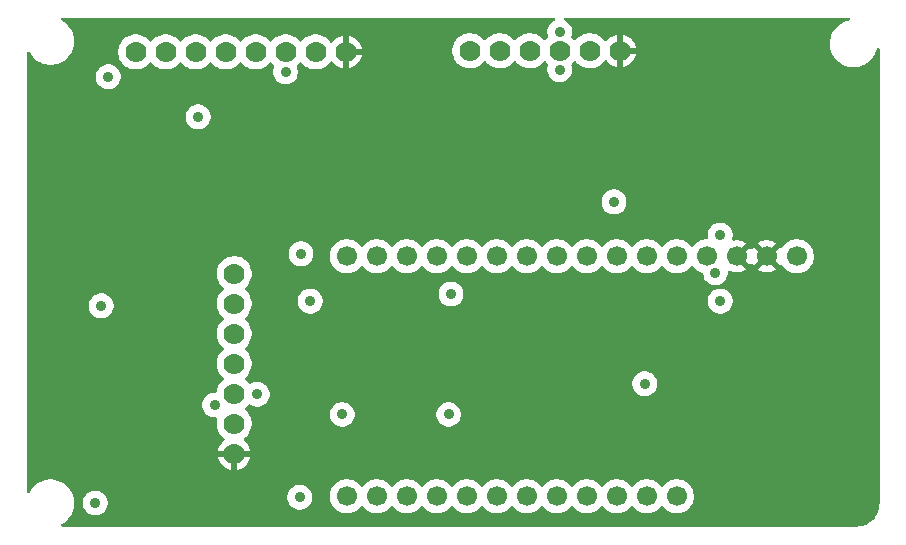
<source format=gbr>
%TF.GenerationSoftware,KiCad,Pcbnew,9.0.7*%
%TF.CreationDate,2026-02-04T09:14:49-08:00*%
%TF.ProjectId,BasicDatalogger,42617369-6344-4617-9461-6c6f67676572,rev?*%
%TF.SameCoordinates,Original*%
%TF.FileFunction,Copper,L1,Top*%
%TF.FilePolarity,Positive*%
%FSLAX46Y46*%
G04 Gerber Fmt 4.6, Leading zero omitted, Abs format (unit mm)*
G04 Created by KiCad (PCBNEW 9.0.7) date 2026-02-04 09:14:49*
%MOMM*%
%LPD*%
G01*
G04 APERTURE LIST*
%TA.AperFunction,ComponentPad*%
%ADD10C,1.700000*%
%TD*%
%TA.AperFunction,ComponentPad*%
%ADD11C,1.778000*%
%TD*%
%TA.AperFunction,ViaPad*%
%ADD12C,0.900000*%
%TD*%
G04 APERTURE END LIST*
D10*
%TO.P,U1,1,RESET*%
%TO.N,unconnected-(U1-RESET-Pad1)*%
X139080000Y-50000000D03*
%TO.P,U1,2,3.3V*%
%TO.N,/3V3*%
X136540000Y-50000000D03*
%TO.P,U1,3,3.3V*%
X134000000Y-50000000D03*
%TO.P,U1,4,GND*%
%TO.N,/GND*%
X131460000Y-50000000D03*
%TO.P,U1,5,A0/GPIO26*%
%TO.N,unconnected-(U1-A0{slash}GPIO26-Pad5)*%
X128920000Y-50000000D03*
%TO.P,U1,6,A1/GPIO27*%
%TO.N,unconnected-(U1-A1{slash}GPIO27-Pad6)*%
X126380000Y-50000000D03*
%TO.P,U1,7,A2/GPIO28*%
%TO.N,unconnected-(U1-A2{slash}GPIO28-Pad7)*%
X123840000Y-50000000D03*
%TO.P,U1,8,A3/GPIO29*%
%TO.N,unconnected-(U1-A3{slash}GPIO29-Pad8)*%
X121300000Y-50000000D03*
%TO.P,U1,9,D24/GPIO24*%
%TO.N,unconnected-(U1-D24{slash}GPIO24-Pad9)*%
X118760000Y-50000000D03*
%TO.P,U1,10,D25/GPIO25*%
%TO.N,unconnected-(U1-D25{slash}GPIO25-Pad10)*%
X116220000Y-50000000D03*
%TO.P,U1,11,SCK/GPIO18*%
%TO.N,/SCK*%
X113680000Y-50000000D03*
%TO.P,U1,12,MOSI/GPIO19*%
%TO.N,/MOSI*%
X111140000Y-50000000D03*
%TO.P,U1,13,MISO/GPIO20*%
%TO.N,/MISO*%
X108600000Y-50000000D03*
%TO.P,U1,14,RX/CS/GPIO1*%
%TO.N,/CS*%
X106060000Y-50000000D03*
%TO.P,U1,15,TX/GPIO0*%
%TO.N,unconnected-(U1-TX{slash}GPIO0-Pad15)*%
X103520000Y-50000000D03*
%TO.P,U1,16,D4/GPIO6*%
%TO.N,unconnected-(U1-D4{slash}GPIO6-Pad16)*%
X100980000Y-50000000D03*
%TO.P,U1,17,SDA/GPIO2*%
%TO.N,/SDA*%
X100980000Y-70320000D03*
%TO.P,U1,18,SCL/GPIO3*%
%TO.N,/SCL*%
X103520000Y-70320000D03*
%TO.P,U1,19,D5/GPIO7*%
%TO.N,unconnected-(U1-D5{slash}GPIO7-Pad19)*%
X106060000Y-70320000D03*
%TO.P,U1,20,D6/GPIO8*%
%TO.N,unconnected-(U1-D6{slash}GPIO8-Pad20)*%
X108600000Y-70320000D03*
%TO.P,U1,21,D9/GPIO9*%
%TO.N,unconnected-(U1-D9{slash}GPIO9-Pad21)*%
X111140000Y-70320000D03*
%TO.P,U1,22,D10/GPIO10*%
%TO.N,unconnected-(U1-D10{slash}GPIO10-Pad22)*%
X113680000Y-70320000D03*
%TO.P,U1,23,D11/GPIO11*%
%TO.N,unconnected-(U1-D11{slash}GPIO11-Pad23)*%
X116220000Y-70320000D03*
%TO.P,U1,24,D12/GPIO12*%
%TO.N,unconnected-(U1-D12{slash}GPIO12-Pad24)*%
X118760000Y-70320000D03*
%TO.P,U1,25,D13/GPIO13*%
%TO.N,unconnected-(U1-D13{slash}GPIO13-Pad25)*%
X121300000Y-70320000D03*
%TO.P,U1,26,Vbus*%
%TO.N,unconnected-(U1-Vbus-Pad26)*%
X123840000Y-70320000D03*
%TO.P,U1,27,ENABLE*%
%TO.N,unconnected-(U1-ENABLE-Pad27)*%
X126380000Y-70320000D03*
%TO.P,U1,28,VBat*%
%TO.N,unconnected-(U1-VBat-Pad28)*%
X128920000Y-70320000D03*
%TD*%
D11*
%TO.P,U2,1,VIN*%
%TO.N,/3V3*%
X100890000Y-32700000D03*
%TO.P,U2,2,3Vo*%
%TO.N,unconnected-(U2-3Vo-Pad2)*%
X98350000Y-32700000D03*
%TO.P,U2,3,GND*%
%TO.N,/GND*%
X95810000Y-32700000D03*
%TO.P,U2,4,SCL*%
%TO.N,/SCL*%
X93270000Y-32700000D03*
%TO.P,U2,5,SDO*%
%TO.N,unconnected-(U2-SDO-Pad5)*%
X90730000Y-32700000D03*
%TO.P,U2,6,SDA*%
%TO.N,/SDA*%
X88190000Y-32700000D03*
%TO.P,U2,7,CS*%
%TO.N,unconnected-(U2-CS-Pad7)*%
X85650000Y-32700000D03*
%TO.P,U2,8,INT*%
%TO.N,unconnected-(U2-INT-Pad8)*%
X83110000Y-32700000D03*
%TD*%
%TO.P,U4,1,VIN*%
%TO.N,/3V3*%
X91450000Y-66720000D03*
%TO.P,U4,2,3V3*%
%TO.N,unconnected-(U4-3V3-Pad2)*%
X91450000Y-64180000D03*
%TO.P,U4,3,GND*%
%TO.N,/GND*%
X91450000Y-61640000D03*
%TO.P,U4,4,SCK*%
%TO.N,/SCK*%
X91450000Y-59100000D03*
%TO.P,U4,5,MISO*%
%TO.N,/MISO*%
X91450000Y-56560000D03*
%TO.P,U4,6,MOSI*%
%TO.N,/MOSI*%
X91450000Y-54020000D03*
%TO.P,U4,7,CS*%
%TO.N,/CS*%
X91450000Y-51480000D03*
%TD*%
%TO.P,U3,1,VIN*%
%TO.N,/3V3*%
X124100000Y-32600000D03*
%TO.P,U3,2,3Vo*%
%TO.N,unconnected-(U3-3Vo-Pad2)*%
X121560000Y-32600000D03*
%TO.P,U3,3,GND*%
%TO.N,/GND*%
X119020000Y-32600000D03*
%TO.P,U3,4,SCL*%
%TO.N,/SCL*%
X116480000Y-32600000D03*
%TO.P,U3,5,SDA*%
%TO.N,/SDA*%
X113940000Y-32600000D03*
%TO.P,U3,6,INT2*%
%TO.N,unconnected-(U3-INT2-Pad6)*%
X111400000Y-32600000D03*
%TD*%
D12*
%TO.N,/GND*%
X132200000Y-51400000D03*
X132600000Y-48200000D03*
X109600000Y-63400000D03*
X100600000Y-63400000D03*
X119000000Y-31000000D03*
X80800000Y-34800000D03*
X109800000Y-53200000D03*
X126200000Y-60800000D03*
X132600000Y-53800000D03*
X93400000Y-61700000D03*
X80200000Y-54200000D03*
X97900000Y-53800000D03*
X79700000Y-70900000D03*
X97100000Y-49800000D03*
X88400000Y-38200000D03*
X123600000Y-45400000D03*
X89800000Y-62600000D03*
X97000000Y-70400000D03*
X95800000Y-34400000D03*
X119000000Y-34200000D03*
%TD*%
%TA.AperFunction,Conductor*%
%TO.N,/3V3*%
G36*
X118594409Y-29820185D02*
G01*
X118640164Y-29872989D01*
X118650108Y-29942147D01*
X118621083Y-30005703D01*
X118574823Y-30039061D01*
X118502403Y-30069058D01*
X118330342Y-30184024D01*
X118184024Y-30330342D01*
X118069058Y-30502403D01*
X117989870Y-30693579D01*
X117989868Y-30693587D01*
X117949500Y-30896530D01*
X117949500Y-31103469D01*
X117989868Y-31306412D01*
X117989871Y-31306424D01*
X118021790Y-31383484D01*
X118023635Y-31400653D01*
X118030392Y-31416549D01*
X118027293Y-31434672D01*
X118029259Y-31452954D01*
X118021481Y-31468671D01*
X118018618Y-31485419D01*
X118000951Y-31510157D01*
X117998756Y-31514594D01*
X117996852Y-31516676D01*
X117883873Y-31629656D01*
X117846230Y-31681466D01*
X117841527Y-31686612D01*
X117817366Y-31701248D01*
X117794987Y-31718506D01*
X117787873Y-31719116D01*
X117781769Y-31722815D01*
X117753528Y-31722066D01*
X117725373Y-31724484D01*
X117719058Y-31721152D01*
X117711923Y-31720963D01*
X117688565Y-31705061D01*
X117663579Y-31691877D01*
X117655495Y-31682548D01*
X117654167Y-31681644D01*
X117653642Y-31680410D01*
X117649683Y-31675841D01*
X117616127Y-31629656D01*
X117450346Y-31463875D01*
X117450344Y-31463873D01*
X117260668Y-31326065D01*
X117248031Y-31319626D01*
X117051774Y-31219627D01*
X116828792Y-31147175D01*
X116597231Y-31110500D01*
X116597226Y-31110500D01*
X116362774Y-31110500D01*
X116362769Y-31110500D01*
X116131207Y-31147175D01*
X115908225Y-31219627D01*
X115699331Y-31326065D01*
X115596671Y-31400653D01*
X115509656Y-31463873D01*
X115509654Y-31463875D01*
X115509653Y-31463875D01*
X115343872Y-31629656D01*
X115310317Y-31675841D01*
X115254987Y-31718506D01*
X115185373Y-31724484D01*
X115123579Y-31691877D01*
X115109683Y-31675841D01*
X115076127Y-31629656D01*
X114910346Y-31463875D01*
X114910344Y-31463873D01*
X114720668Y-31326065D01*
X114708031Y-31319626D01*
X114511774Y-31219627D01*
X114288792Y-31147175D01*
X114057231Y-31110500D01*
X114057226Y-31110500D01*
X113822774Y-31110500D01*
X113822769Y-31110500D01*
X113591207Y-31147175D01*
X113368225Y-31219627D01*
X113159331Y-31326065D01*
X113056671Y-31400653D01*
X112969656Y-31463873D01*
X112969654Y-31463875D01*
X112969653Y-31463875D01*
X112803872Y-31629656D01*
X112770317Y-31675841D01*
X112714987Y-31718506D01*
X112645373Y-31724484D01*
X112583579Y-31691877D01*
X112569683Y-31675841D01*
X112536127Y-31629656D01*
X112370346Y-31463875D01*
X112370344Y-31463873D01*
X112180668Y-31326065D01*
X112168031Y-31319626D01*
X111971774Y-31219627D01*
X111748792Y-31147175D01*
X111517231Y-31110500D01*
X111517226Y-31110500D01*
X111282774Y-31110500D01*
X111282769Y-31110500D01*
X111051207Y-31147175D01*
X110828225Y-31219627D01*
X110619331Y-31326065D01*
X110516671Y-31400653D01*
X110429656Y-31463873D01*
X110429654Y-31463875D01*
X110429653Y-31463875D01*
X110263875Y-31629653D01*
X110263875Y-31629654D01*
X110263873Y-31629656D01*
X110225445Y-31682548D01*
X110126065Y-31819331D01*
X110019627Y-32028225D01*
X109947175Y-32251207D01*
X109910500Y-32482768D01*
X109910500Y-32717231D01*
X109947175Y-32948792D01*
X110019627Y-33171774D01*
X110099228Y-33327998D01*
X110126065Y-33380668D01*
X110263873Y-33570344D01*
X110429656Y-33736127D01*
X110619332Y-33873935D01*
X110675202Y-33902402D01*
X110828225Y-33980372D01*
X110828227Y-33980372D01*
X110828230Y-33980374D01*
X110947752Y-34019209D01*
X111051207Y-34052824D01*
X111282769Y-34089500D01*
X111282774Y-34089500D01*
X111517231Y-34089500D01*
X111748792Y-34052824D01*
X111971770Y-33980374D01*
X112180668Y-33873935D01*
X112370344Y-33736127D01*
X112536127Y-33570344D01*
X112569682Y-33524158D01*
X112625011Y-33481493D01*
X112694625Y-33475514D01*
X112756420Y-33508119D01*
X112770315Y-33524155D01*
X112803873Y-33570344D01*
X112969656Y-33736127D01*
X113159332Y-33873935D01*
X113215202Y-33902402D01*
X113368225Y-33980372D01*
X113368227Y-33980372D01*
X113368230Y-33980374D01*
X113487752Y-34019209D01*
X113591207Y-34052824D01*
X113822769Y-34089500D01*
X113822774Y-34089500D01*
X114057231Y-34089500D01*
X114288792Y-34052824D01*
X114511770Y-33980374D01*
X114720668Y-33873935D01*
X114910344Y-33736127D01*
X115076127Y-33570344D01*
X115109682Y-33524158D01*
X115165011Y-33481493D01*
X115234625Y-33475514D01*
X115296420Y-33508119D01*
X115310315Y-33524155D01*
X115343873Y-33570344D01*
X115509656Y-33736127D01*
X115699332Y-33873935D01*
X115755202Y-33902402D01*
X115908225Y-33980372D01*
X115908227Y-33980372D01*
X115908230Y-33980374D01*
X116027752Y-34019209D01*
X116131207Y-34052824D01*
X116362769Y-34089500D01*
X116362774Y-34089500D01*
X116597231Y-34089500D01*
X116828792Y-34052824D01*
X117051770Y-33980374D01*
X117260668Y-33873935D01*
X117450344Y-33736127D01*
X117616127Y-33570344D01*
X117649682Y-33524158D01*
X117666633Y-33511086D01*
X117680219Y-33494542D01*
X117693750Y-33490175D01*
X117705011Y-33481493D01*
X117726340Y-33479661D01*
X117746713Y-33473088D01*
X117760457Y-33476730D01*
X117774625Y-33475514D01*
X117793557Y-33485503D01*
X117814251Y-33490988D01*
X117828110Y-33503734D01*
X117836420Y-33508119D01*
X117841527Y-33513386D01*
X117846224Y-33518525D01*
X117883873Y-33570344D01*
X117996875Y-33683346D01*
X117998757Y-33685405D01*
X118012934Y-33714389D01*
X118028396Y-33742705D01*
X118028190Y-33745578D01*
X118029457Y-33748168D01*
X118025713Y-33780211D01*
X118023412Y-33812397D01*
X118021791Y-33816515D01*
X117989870Y-33893578D01*
X117989867Y-33893587D01*
X117949500Y-34096530D01*
X117949500Y-34303469D01*
X117989868Y-34506412D01*
X117989870Y-34506420D01*
X118068616Y-34696530D01*
X118069059Y-34697598D01*
X118074954Y-34706420D01*
X118184024Y-34869657D01*
X118330342Y-35015975D01*
X118330345Y-35015977D01*
X118502402Y-35130941D01*
X118693580Y-35210130D01*
X118896530Y-35250499D01*
X118896534Y-35250500D01*
X118896535Y-35250500D01*
X119103466Y-35250500D01*
X119103467Y-35250499D01*
X119306420Y-35210130D01*
X119497598Y-35130941D01*
X119669655Y-35015977D01*
X119815977Y-34869655D01*
X119930941Y-34697598D01*
X120010130Y-34506420D01*
X120050500Y-34303465D01*
X120050500Y-34096535D01*
X120010130Y-33893580D01*
X120005312Y-33881949D01*
X119989925Y-33844802D01*
X119982455Y-33775333D01*
X120013729Y-33712853D01*
X120016804Y-33709667D01*
X120067000Y-33659471D01*
X120156127Y-33570344D01*
X120189682Y-33524158D01*
X120245011Y-33481493D01*
X120314625Y-33475514D01*
X120376420Y-33508119D01*
X120390315Y-33524155D01*
X120423873Y-33570344D01*
X120589656Y-33736127D01*
X120779332Y-33873935D01*
X120835202Y-33902402D01*
X120988225Y-33980372D01*
X120988227Y-33980372D01*
X120988230Y-33980374D01*
X121107752Y-34019209D01*
X121211207Y-34052824D01*
X121442769Y-34089500D01*
X121442774Y-34089500D01*
X121677231Y-34089500D01*
X121908792Y-34052824D01*
X122131770Y-33980374D01*
X122340668Y-33873935D01*
X122530344Y-33736127D01*
X122696127Y-33570344D01*
X122791794Y-33438670D01*
X122847124Y-33396004D01*
X122916737Y-33390025D01*
X122978532Y-33422631D01*
X122992430Y-33438670D01*
X123040524Y-33504866D01*
X123040528Y-33504871D01*
X123195128Y-33659471D01*
X123195133Y-33659475D01*
X123372001Y-33787976D01*
X123566808Y-33887237D01*
X123566811Y-33887238D01*
X123774739Y-33954797D01*
X123849999Y-33966717D01*
X123850000Y-33966717D01*
X123850000Y-33033012D01*
X123907007Y-33065925D01*
X124034174Y-33100000D01*
X124165826Y-33100000D01*
X124292993Y-33065925D01*
X124350000Y-33033012D01*
X124350000Y-33966717D01*
X124425258Y-33954797D01*
X124425261Y-33954797D01*
X124633188Y-33887238D01*
X124633191Y-33887237D01*
X124827998Y-33787976D01*
X125004866Y-33659475D01*
X125004871Y-33659471D01*
X125159471Y-33504871D01*
X125159475Y-33504866D01*
X125287976Y-33327998D01*
X125387237Y-33133191D01*
X125387238Y-33133188D01*
X125454798Y-32925258D01*
X125466718Y-32850000D01*
X124533012Y-32850000D01*
X124565925Y-32792993D01*
X124600000Y-32665826D01*
X124600000Y-32534174D01*
X124565925Y-32407007D01*
X124533012Y-32350000D01*
X125466718Y-32350000D01*
X125454798Y-32274741D01*
X125387238Y-32066811D01*
X125387237Y-32066808D01*
X125287976Y-31872001D01*
X125159475Y-31695133D01*
X125159471Y-31695128D01*
X125004871Y-31540528D01*
X125004866Y-31540524D01*
X124827998Y-31412023D01*
X124633191Y-31312762D01*
X124633188Y-31312761D01*
X124425258Y-31245201D01*
X124350000Y-31233281D01*
X124350000Y-32166988D01*
X124292993Y-32134075D01*
X124165826Y-32100000D01*
X124034174Y-32100000D01*
X123907007Y-32134075D01*
X123850000Y-32166988D01*
X123850000Y-31233281D01*
X123774741Y-31245201D01*
X123566811Y-31312761D01*
X123566808Y-31312762D01*
X123372001Y-31412023D01*
X123195133Y-31540524D01*
X123195128Y-31540528D01*
X123040528Y-31695128D01*
X122992430Y-31761330D01*
X122937100Y-31803995D01*
X122867486Y-31809974D01*
X122805691Y-31777368D01*
X122791794Y-31761330D01*
X122768779Y-31729653D01*
X122696127Y-31629656D01*
X122530344Y-31463873D01*
X122340668Y-31326065D01*
X122328031Y-31319626D01*
X122131774Y-31219627D01*
X121908792Y-31147175D01*
X121677231Y-31110500D01*
X121677226Y-31110500D01*
X121442774Y-31110500D01*
X121442769Y-31110500D01*
X121211207Y-31147175D01*
X120988225Y-31219627D01*
X120779331Y-31326065D01*
X120676671Y-31400653D01*
X120589656Y-31463873D01*
X120589654Y-31463875D01*
X120589653Y-31463875D01*
X120423872Y-31629656D01*
X120390317Y-31675841D01*
X120334987Y-31718506D01*
X120265373Y-31724484D01*
X120203579Y-31691877D01*
X120189683Y-31675841D01*
X120156127Y-31629656D01*
X120016804Y-31490333D01*
X119983319Y-31429010D01*
X119988303Y-31359318D01*
X119989925Y-31355198D01*
X120010128Y-31306425D01*
X120010128Y-31306424D01*
X120010130Y-31306420D01*
X120050500Y-31103465D01*
X120050500Y-30896535D01*
X120010130Y-30693580D01*
X119930941Y-30502402D01*
X119815977Y-30330345D01*
X119815975Y-30330342D01*
X119669657Y-30184024D01*
X119546302Y-30101602D01*
X119497598Y-30069059D01*
X119437764Y-30044275D01*
X119425177Y-30039061D01*
X119370774Y-29995220D01*
X119348709Y-29928926D01*
X119365988Y-29861226D01*
X119417126Y-29813616D01*
X119472630Y-29800500D01*
X143437438Y-29800500D01*
X143504477Y-29820185D01*
X143550232Y-29872989D01*
X143560176Y-29942147D01*
X143531151Y-30005703D01*
X143472373Y-30043477D01*
X143469565Y-30044265D01*
X143339859Y-30079020D01*
X143255581Y-30101602D01*
X143255571Y-30101605D01*
X143013309Y-30201953D01*
X143013299Y-30201958D01*
X142786196Y-30333075D01*
X142578148Y-30492718D01*
X142392718Y-30678148D01*
X142233075Y-30886196D01*
X142101958Y-31113299D01*
X142101953Y-31113309D01*
X142001605Y-31355571D01*
X142001602Y-31355581D01*
X141965496Y-31490333D01*
X141933730Y-31608885D01*
X141899500Y-31868872D01*
X141899500Y-32131127D01*
X141921721Y-32299901D01*
X141933730Y-32391116D01*
X141998831Y-32634076D01*
X142001602Y-32644418D01*
X142001605Y-32644428D01*
X142101953Y-32886690D01*
X142101958Y-32886700D01*
X142233075Y-33113803D01*
X142392718Y-33321851D01*
X142392726Y-33321860D01*
X142578140Y-33507274D01*
X142578148Y-33507281D01*
X142578149Y-33507282D01*
X142619054Y-33538670D01*
X142786196Y-33666924D01*
X143013299Y-33798041D01*
X143013309Y-33798046D01*
X143243949Y-33893580D01*
X143255581Y-33898398D01*
X143508884Y-33966270D01*
X143768880Y-34000500D01*
X143768887Y-34000500D01*
X144031113Y-34000500D01*
X144031120Y-34000500D01*
X144291116Y-33966270D01*
X144544419Y-33898398D01*
X144721340Y-33825114D01*
X144786690Y-33798046D01*
X144786691Y-33798045D01*
X144786697Y-33798043D01*
X145013803Y-33666924D01*
X145221851Y-33507282D01*
X145221855Y-33507277D01*
X145221860Y-33507274D01*
X145407274Y-33321860D01*
X145407277Y-33321855D01*
X145407282Y-33321851D01*
X145566924Y-33113803D01*
X145698043Y-32886697D01*
X145798398Y-32644419D01*
X145855725Y-32430467D01*
X145892090Y-32370808D01*
X145954937Y-32340279D01*
X146024312Y-32348574D01*
X146078190Y-32393059D01*
X146099465Y-32459611D01*
X146099500Y-32462562D01*
X146099500Y-70895933D01*
X146099235Y-70904043D01*
X146082925Y-71152883D01*
X146080807Y-71168964D01*
X146032954Y-71409535D01*
X146028756Y-71425202D01*
X145949909Y-71657479D01*
X145943702Y-71672465D01*
X145835212Y-71892460D01*
X145827102Y-71906507D01*
X145690825Y-72110460D01*
X145680951Y-72123328D01*
X145519218Y-72307749D01*
X145507749Y-72319218D01*
X145323328Y-72480951D01*
X145310460Y-72490825D01*
X145106507Y-72627102D01*
X145092460Y-72635212D01*
X144872465Y-72743702D01*
X144857479Y-72749909D01*
X144625202Y-72828756D01*
X144609535Y-72832954D01*
X144368964Y-72880807D01*
X144352883Y-72882925D01*
X144104043Y-72899235D01*
X144095933Y-72899500D01*
X76900538Y-72899500D01*
X76833499Y-72879815D01*
X76787744Y-72827011D01*
X76777800Y-72757853D01*
X76806825Y-72694297D01*
X76838538Y-72668113D01*
X77013803Y-72566924D01*
X77221851Y-72407282D01*
X77221855Y-72407277D01*
X77221860Y-72407274D01*
X77407274Y-72221860D01*
X77407277Y-72221855D01*
X77407282Y-72221851D01*
X77566924Y-72013803D01*
X77698043Y-71786697D01*
X77798398Y-71544419D01*
X77866270Y-71291116D01*
X77900500Y-71031120D01*
X77900500Y-70796530D01*
X78649500Y-70796530D01*
X78649500Y-71003469D01*
X78689868Y-71206412D01*
X78689870Y-71206420D01*
X78741448Y-71330941D01*
X78769059Y-71397598D01*
X78788290Y-71426379D01*
X78884024Y-71569657D01*
X79030342Y-71715975D01*
X79030345Y-71715977D01*
X79202402Y-71830941D01*
X79393580Y-71910130D01*
X79596530Y-71950499D01*
X79596534Y-71950500D01*
X79596535Y-71950500D01*
X79803466Y-71950500D01*
X79803467Y-71950499D01*
X80006420Y-71910130D01*
X80197598Y-71830941D01*
X80369655Y-71715977D01*
X80515977Y-71569655D01*
X80630941Y-71397598D01*
X80710130Y-71206420D01*
X80750500Y-71003465D01*
X80750500Y-70796535D01*
X80710130Y-70593580D01*
X80630941Y-70402402D01*
X80560200Y-70296530D01*
X95949500Y-70296530D01*
X95949500Y-70503469D01*
X95989868Y-70706412D01*
X95989870Y-70706420D01*
X96069059Y-70897598D01*
X96126541Y-70983626D01*
X96184024Y-71069657D01*
X96330342Y-71215975D01*
X96330345Y-71215977D01*
X96502402Y-71330941D01*
X96693580Y-71410130D01*
X96896530Y-71450499D01*
X96896534Y-71450500D01*
X96896535Y-71450500D01*
X97103466Y-71450500D01*
X97103467Y-71450499D01*
X97306420Y-71410130D01*
X97497598Y-71330941D01*
X97669655Y-71215977D01*
X97815977Y-71069655D01*
X97930941Y-70897598D01*
X98010130Y-70706420D01*
X98050500Y-70503465D01*
X98050500Y-70296535D01*
X98037334Y-70230345D01*
X98036303Y-70225161D01*
X98036303Y-70225158D01*
X98032460Y-70205837D01*
X99529500Y-70205837D01*
X99529500Y-70434162D01*
X99565215Y-70659660D01*
X99635770Y-70876803D01*
X99714399Y-71031120D01*
X99739421Y-71080228D01*
X99873621Y-71264937D01*
X100035063Y-71426379D01*
X100219772Y-71560579D01*
X100237585Y-71569655D01*
X100423196Y-71664229D01*
X100423198Y-71664229D01*
X100423201Y-71664231D01*
X100539592Y-71702049D01*
X100640339Y-71734784D01*
X100865838Y-71770500D01*
X100865843Y-71770500D01*
X101094162Y-71770500D01*
X101319660Y-71734784D01*
X101536799Y-71664231D01*
X101740228Y-71560579D01*
X101924937Y-71426379D01*
X102086379Y-71264937D01*
X102149682Y-71177807D01*
X102205012Y-71135143D01*
X102274626Y-71129164D01*
X102336421Y-71161770D01*
X102350315Y-71177804D01*
X102413621Y-71264937D01*
X102575063Y-71426379D01*
X102759772Y-71560579D01*
X102777585Y-71569655D01*
X102963196Y-71664229D01*
X102963198Y-71664229D01*
X102963201Y-71664231D01*
X103079592Y-71702049D01*
X103180339Y-71734784D01*
X103405838Y-71770500D01*
X103405843Y-71770500D01*
X103634162Y-71770500D01*
X103859660Y-71734784D01*
X104076799Y-71664231D01*
X104280228Y-71560579D01*
X104464937Y-71426379D01*
X104626379Y-71264937D01*
X104689682Y-71177807D01*
X104745012Y-71135143D01*
X104814626Y-71129164D01*
X104876421Y-71161770D01*
X104890315Y-71177804D01*
X104953621Y-71264937D01*
X105115063Y-71426379D01*
X105299772Y-71560579D01*
X105317585Y-71569655D01*
X105503196Y-71664229D01*
X105503198Y-71664229D01*
X105503201Y-71664231D01*
X105619592Y-71702049D01*
X105720339Y-71734784D01*
X105945838Y-71770500D01*
X105945843Y-71770500D01*
X106174162Y-71770500D01*
X106399660Y-71734784D01*
X106616799Y-71664231D01*
X106820228Y-71560579D01*
X107004937Y-71426379D01*
X107166379Y-71264937D01*
X107229682Y-71177807D01*
X107285012Y-71135143D01*
X107354626Y-71129164D01*
X107416421Y-71161770D01*
X107430315Y-71177804D01*
X107493621Y-71264937D01*
X107655063Y-71426379D01*
X107839772Y-71560579D01*
X107857585Y-71569655D01*
X108043196Y-71664229D01*
X108043198Y-71664229D01*
X108043201Y-71664231D01*
X108159592Y-71702049D01*
X108260339Y-71734784D01*
X108485838Y-71770500D01*
X108485843Y-71770500D01*
X108714162Y-71770500D01*
X108939660Y-71734784D01*
X109156799Y-71664231D01*
X109360228Y-71560579D01*
X109544937Y-71426379D01*
X109706379Y-71264937D01*
X109769682Y-71177807D01*
X109825012Y-71135143D01*
X109894626Y-71129164D01*
X109956421Y-71161770D01*
X109970315Y-71177804D01*
X110033621Y-71264937D01*
X110195063Y-71426379D01*
X110379772Y-71560579D01*
X110397585Y-71569655D01*
X110583196Y-71664229D01*
X110583198Y-71664229D01*
X110583201Y-71664231D01*
X110699592Y-71702049D01*
X110800339Y-71734784D01*
X111025838Y-71770500D01*
X111025843Y-71770500D01*
X111254162Y-71770500D01*
X111479660Y-71734784D01*
X111696799Y-71664231D01*
X111900228Y-71560579D01*
X112084937Y-71426379D01*
X112246379Y-71264937D01*
X112309682Y-71177807D01*
X112365012Y-71135143D01*
X112434626Y-71129164D01*
X112496421Y-71161770D01*
X112510315Y-71177804D01*
X112573621Y-71264937D01*
X112735063Y-71426379D01*
X112919772Y-71560579D01*
X112937585Y-71569655D01*
X113123196Y-71664229D01*
X113123198Y-71664229D01*
X113123201Y-71664231D01*
X113239592Y-71702049D01*
X113340339Y-71734784D01*
X113565838Y-71770500D01*
X113565843Y-71770500D01*
X113794162Y-71770500D01*
X114019660Y-71734784D01*
X114236799Y-71664231D01*
X114440228Y-71560579D01*
X114624937Y-71426379D01*
X114786379Y-71264937D01*
X114849682Y-71177807D01*
X114905012Y-71135143D01*
X114974626Y-71129164D01*
X115036421Y-71161770D01*
X115050315Y-71177804D01*
X115113621Y-71264937D01*
X115275063Y-71426379D01*
X115459772Y-71560579D01*
X115477585Y-71569655D01*
X115663196Y-71664229D01*
X115663198Y-71664229D01*
X115663201Y-71664231D01*
X115779592Y-71702049D01*
X115880339Y-71734784D01*
X116105838Y-71770500D01*
X116105843Y-71770500D01*
X116334162Y-71770500D01*
X116559660Y-71734784D01*
X116776799Y-71664231D01*
X116980228Y-71560579D01*
X117164937Y-71426379D01*
X117326379Y-71264937D01*
X117389682Y-71177807D01*
X117445012Y-71135143D01*
X117514626Y-71129164D01*
X117576421Y-71161770D01*
X117590315Y-71177804D01*
X117653621Y-71264937D01*
X117815063Y-71426379D01*
X117999772Y-71560579D01*
X118017585Y-71569655D01*
X118203196Y-71664229D01*
X118203198Y-71664229D01*
X118203201Y-71664231D01*
X118319592Y-71702049D01*
X118420339Y-71734784D01*
X118645838Y-71770500D01*
X118645843Y-71770500D01*
X118874162Y-71770500D01*
X119099660Y-71734784D01*
X119316799Y-71664231D01*
X119520228Y-71560579D01*
X119704937Y-71426379D01*
X119866379Y-71264937D01*
X119929682Y-71177807D01*
X119985012Y-71135143D01*
X120054626Y-71129164D01*
X120116421Y-71161770D01*
X120130315Y-71177804D01*
X120193621Y-71264937D01*
X120355063Y-71426379D01*
X120539772Y-71560579D01*
X120557585Y-71569655D01*
X120743196Y-71664229D01*
X120743198Y-71664229D01*
X120743201Y-71664231D01*
X120859592Y-71702049D01*
X120960339Y-71734784D01*
X121185838Y-71770500D01*
X121185843Y-71770500D01*
X121414162Y-71770500D01*
X121639660Y-71734784D01*
X121856799Y-71664231D01*
X122060228Y-71560579D01*
X122244937Y-71426379D01*
X122406379Y-71264937D01*
X122469682Y-71177807D01*
X122525012Y-71135143D01*
X122594626Y-71129164D01*
X122656421Y-71161770D01*
X122670315Y-71177804D01*
X122733621Y-71264937D01*
X122895063Y-71426379D01*
X123079772Y-71560579D01*
X123097585Y-71569655D01*
X123283196Y-71664229D01*
X123283198Y-71664229D01*
X123283201Y-71664231D01*
X123399592Y-71702049D01*
X123500339Y-71734784D01*
X123725838Y-71770500D01*
X123725843Y-71770500D01*
X123954162Y-71770500D01*
X124179660Y-71734784D01*
X124396799Y-71664231D01*
X124600228Y-71560579D01*
X124784937Y-71426379D01*
X124946379Y-71264937D01*
X125009682Y-71177807D01*
X125065012Y-71135143D01*
X125134626Y-71129164D01*
X125196421Y-71161770D01*
X125210315Y-71177804D01*
X125273621Y-71264937D01*
X125435063Y-71426379D01*
X125619772Y-71560579D01*
X125637585Y-71569655D01*
X125823196Y-71664229D01*
X125823198Y-71664229D01*
X125823201Y-71664231D01*
X125939592Y-71702049D01*
X126040339Y-71734784D01*
X126265838Y-71770500D01*
X126265843Y-71770500D01*
X126494162Y-71770500D01*
X126719660Y-71734784D01*
X126936799Y-71664231D01*
X127140228Y-71560579D01*
X127324937Y-71426379D01*
X127486379Y-71264937D01*
X127549682Y-71177807D01*
X127605012Y-71135143D01*
X127674626Y-71129164D01*
X127736421Y-71161770D01*
X127750315Y-71177804D01*
X127813621Y-71264937D01*
X127975063Y-71426379D01*
X128159772Y-71560579D01*
X128177585Y-71569655D01*
X128363196Y-71664229D01*
X128363198Y-71664229D01*
X128363201Y-71664231D01*
X128479592Y-71702049D01*
X128580339Y-71734784D01*
X128805838Y-71770500D01*
X128805843Y-71770500D01*
X129034162Y-71770500D01*
X129259660Y-71734784D01*
X129476799Y-71664231D01*
X129680228Y-71560579D01*
X129864937Y-71426379D01*
X130026379Y-71264937D01*
X130160579Y-71080228D01*
X130264231Y-70876799D01*
X130334784Y-70659660D01*
X130345250Y-70593579D01*
X130370500Y-70434162D01*
X130370500Y-70205837D01*
X130334784Y-69980339D01*
X130271703Y-69786197D01*
X130264231Y-69763201D01*
X130264229Y-69763198D01*
X130264229Y-69763196D01*
X130172935Y-69584023D01*
X130160579Y-69559772D01*
X130026379Y-69375063D01*
X129864937Y-69213621D01*
X129680228Y-69079421D01*
X129476803Y-68975770D01*
X129259660Y-68905215D01*
X129034162Y-68869500D01*
X129034157Y-68869500D01*
X128805843Y-68869500D01*
X128805838Y-68869500D01*
X128580339Y-68905215D01*
X128363196Y-68975770D01*
X128159771Y-69079421D01*
X127975061Y-69213622D01*
X127813623Y-69375060D01*
X127813616Y-69375069D01*
X127750317Y-69462191D01*
X127694987Y-69504857D01*
X127625373Y-69510835D01*
X127563579Y-69478228D01*
X127549683Y-69462191D01*
X127497137Y-69389870D01*
X127486379Y-69375063D01*
X127324937Y-69213621D01*
X127140228Y-69079421D01*
X126936803Y-68975770D01*
X126719660Y-68905215D01*
X126494162Y-68869500D01*
X126494157Y-68869500D01*
X126265843Y-68869500D01*
X126265838Y-68869500D01*
X126040339Y-68905215D01*
X125823196Y-68975770D01*
X125619771Y-69079421D01*
X125435061Y-69213622D01*
X125273623Y-69375060D01*
X125273616Y-69375069D01*
X125210317Y-69462191D01*
X125154987Y-69504857D01*
X125085373Y-69510835D01*
X125023579Y-69478228D01*
X125009683Y-69462191D01*
X124957137Y-69389870D01*
X124946379Y-69375063D01*
X124784937Y-69213621D01*
X124600228Y-69079421D01*
X124396803Y-68975770D01*
X124179660Y-68905215D01*
X123954162Y-68869500D01*
X123954157Y-68869500D01*
X123725843Y-68869500D01*
X123725838Y-68869500D01*
X123500339Y-68905215D01*
X123283196Y-68975770D01*
X123079771Y-69079421D01*
X122895061Y-69213622D01*
X122733623Y-69375060D01*
X122733616Y-69375069D01*
X122670317Y-69462191D01*
X122614987Y-69504857D01*
X122545373Y-69510835D01*
X122483579Y-69478228D01*
X122469683Y-69462191D01*
X122417137Y-69389870D01*
X122406379Y-69375063D01*
X122244937Y-69213621D01*
X122060228Y-69079421D01*
X121856803Y-68975770D01*
X121639660Y-68905215D01*
X121414162Y-68869500D01*
X121414157Y-68869500D01*
X121185843Y-68869500D01*
X121185838Y-68869500D01*
X120960339Y-68905215D01*
X120743196Y-68975770D01*
X120539771Y-69079421D01*
X120355061Y-69213622D01*
X120193623Y-69375060D01*
X120193616Y-69375069D01*
X120130317Y-69462191D01*
X120074987Y-69504857D01*
X120005373Y-69510835D01*
X119943579Y-69478228D01*
X119929683Y-69462191D01*
X119877137Y-69389870D01*
X119866379Y-69375063D01*
X119704937Y-69213621D01*
X119520228Y-69079421D01*
X119316803Y-68975770D01*
X119099660Y-68905215D01*
X118874162Y-68869500D01*
X118874157Y-68869500D01*
X118645843Y-68869500D01*
X118645838Y-68869500D01*
X118420339Y-68905215D01*
X118203196Y-68975770D01*
X117999771Y-69079421D01*
X117815061Y-69213622D01*
X117653623Y-69375060D01*
X117653616Y-69375069D01*
X117590317Y-69462191D01*
X117534987Y-69504857D01*
X117465373Y-69510835D01*
X117403579Y-69478228D01*
X117389683Y-69462191D01*
X117337137Y-69389870D01*
X117326379Y-69375063D01*
X117164937Y-69213621D01*
X116980228Y-69079421D01*
X116776803Y-68975770D01*
X116559660Y-68905215D01*
X116334162Y-68869500D01*
X116334157Y-68869500D01*
X116105843Y-68869500D01*
X116105838Y-68869500D01*
X115880339Y-68905215D01*
X115663196Y-68975770D01*
X115459771Y-69079421D01*
X115275061Y-69213622D01*
X115113623Y-69375060D01*
X115113616Y-69375069D01*
X115050317Y-69462191D01*
X114994987Y-69504857D01*
X114925373Y-69510835D01*
X114863579Y-69478228D01*
X114849683Y-69462191D01*
X114797137Y-69389870D01*
X114786379Y-69375063D01*
X114624937Y-69213621D01*
X114440228Y-69079421D01*
X114236803Y-68975770D01*
X114019660Y-68905215D01*
X113794162Y-68869500D01*
X113794157Y-68869500D01*
X113565843Y-68869500D01*
X113565838Y-68869500D01*
X113340339Y-68905215D01*
X113123196Y-68975770D01*
X112919771Y-69079421D01*
X112735061Y-69213622D01*
X112573623Y-69375060D01*
X112573616Y-69375069D01*
X112510317Y-69462191D01*
X112454987Y-69504857D01*
X112385373Y-69510835D01*
X112323579Y-69478228D01*
X112309683Y-69462191D01*
X112257137Y-69389870D01*
X112246379Y-69375063D01*
X112084937Y-69213621D01*
X111900228Y-69079421D01*
X111696803Y-68975770D01*
X111479660Y-68905215D01*
X111254162Y-68869500D01*
X111254157Y-68869500D01*
X111025843Y-68869500D01*
X111025838Y-68869500D01*
X110800339Y-68905215D01*
X110583196Y-68975770D01*
X110379771Y-69079421D01*
X110195061Y-69213622D01*
X110033623Y-69375060D01*
X110033616Y-69375069D01*
X109970317Y-69462191D01*
X109914987Y-69504857D01*
X109845373Y-69510835D01*
X109783579Y-69478228D01*
X109769683Y-69462191D01*
X109717137Y-69389870D01*
X109706379Y-69375063D01*
X109544937Y-69213621D01*
X109360228Y-69079421D01*
X109156803Y-68975770D01*
X108939660Y-68905215D01*
X108714162Y-68869500D01*
X108714157Y-68869500D01*
X108485843Y-68869500D01*
X108485838Y-68869500D01*
X108260339Y-68905215D01*
X108043196Y-68975770D01*
X107839771Y-69079421D01*
X107655061Y-69213622D01*
X107493623Y-69375060D01*
X107493616Y-69375069D01*
X107430317Y-69462191D01*
X107374987Y-69504857D01*
X107305373Y-69510835D01*
X107243579Y-69478228D01*
X107229683Y-69462191D01*
X107177137Y-69389870D01*
X107166379Y-69375063D01*
X107004937Y-69213621D01*
X106820228Y-69079421D01*
X106616803Y-68975770D01*
X106399660Y-68905215D01*
X106174162Y-68869500D01*
X106174157Y-68869500D01*
X105945843Y-68869500D01*
X105945838Y-68869500D01*
X105720339Y-68905215D01*
X105503196Y-68975770D01*
X105299771Y-69079421D01*
X105115061Y-69213622D01*
X104953623Y-69375060D01*
X104953616Y-69375069D01*
X104890317Y-69462191D01*
X104834987Y-69504857D01*
X104765373Y-69510835D01*
X104703579Y-69478228D01*
X104689683Y-69462191D01*
X104637137Y-69389870D01*
X104626379Y-69375063D01*
X104464937Y-69213621D01*
X104280228Y-69079421D01*
X104076803Y-68975770D01*
X103859660Y-68905215D01*
X103634162Y-68869500D01*
X103634157Y-68869500D01*
X103405843Y-68869500D01*
X103405838Y-68869500D01*
X103180339Y-68905215D01*
X102963196Y-68975770D01*
X102759771Y-69079421D01*
X102575061Y-69213622D01*
X102413623Y-69375060D01*
X102413616Y-69375069D01*
X102350317Y-69462191D01*
X102294987Y-69504857D01*
X102225373Y-69510835D01*
X102163579Y-69478228D01*
X102149683Y-69462191D01*
X102097137Y-69389870D01*
X102086379Y-69375063D01*
X101924937Y-69213621D01*
X101740228Y-69079421D01*
X101536803Y-68975770D01*
X101319660Y-68905215D01*
X101094162Y-68869500D01*
X101094157Y-68869500D01*
X100865843Y-68869500D01*
X100865838Y-68869500D01*
X100640339Y-68905215D01*
X100423196Y-68975770D01*
X100219771Y-69079421D01*
X100035061Y-69213622D01*
X99873622Y-69375061D01*
X99739421Y-69559771D01*
X99635770Y-69763196D01*
X99565215Y-69980339D01*
X99529500Y-70205837D01*
X98032460Y-70205837D01*
X98010131Y-70093587D01*
X98010130Y-70093580D01*
X97930941Y-69902402D01*
X97815977Y-69730345D01*
X97815975Y-69730342D01*
X97669657Y-69584024D01*
X97511320Y-69478228D01*
X97497598Y-69469059D01*
X97481017Y-69462191D01*
X97306420Y-69389870D01*
X97306412Y-69389868D01*
X97103469Y-69349500D01*
X97103465Y-69349500D01*
X96896535Y-69349500D01*
X96896530Y-69349500D01*
X96693587Y-69389868D01*
X96693579Y-69389870D01*
X96502403Y-69469058D01*
X96330342Y-69584024D01*
X96184024Y-69730342D01*
X96069058Y-69902403D01*
X95989870Y-70093579D01*
X95989868Y-70093587D01*
X95949500Y-70296530D01*
X80560200Y-70296530D01*
X80515977Y-70230345D01*
X80515975Y-70230342D01*
X80369657Y-70084024D01*
X80263808Y-70013299D01*
X80197598Y-69969059D01*
X80179257Y-69961462D01*
X80006420Y-69889870D01*
X80006412Y-69889868D01*
X79803469Y-69849500D01*
X79803465Y-69849500D01*
X79596535Y-69849500D01*
X79596530Y-69849500D01*
X79393587Y-69889868D01*
X79393579Y-69889870D01*
X79202403Y-69969058D01*
X79030342Y-70084024D01*
X78884024Y-70230342D01*
X78769058Y-70402403D01*
X78689870Y-70593579D01*
X78689868Y-70593587D01*
X78649500Y-70796530D01*
X77900500Y-70796530D01*
X77900500Y-70768880D01*
X77866270Y-70508884D01*
X77798398Y-70255581D01*
X77785798Y-70225161D01*
X77698046Y-70013309D01*
X77698041Y-70013299D01*
X77566924Y-69786196D01*
X77407281Y-69578148D01*
X77407274Y-69578140D01*
X77221860Y-69392726D01*
X77221851Y-69392718D01*
X77013803Y-69233075D01*
X76786700Y-69101958D01*
X76786690Y-69101953D01*
X76544428Y-69001605D01*
X76544421Y-69001603D01*
X76544419Y-69001602D01*
X76291116Y-68933730D01*
X76233339Y-68926123D01*
X76031127Y-68899500D01*
X76031120Y-68899500D01*
X75768880Y-68899500D01*
X75768872Y-68899500D01*
X75537772Y-68929926D01*
X75508884Y-68933730D01*
X75351992Y-68975769D01*
X75255581Y-69001602D01*
X75255571Y-69001605D01*
X75013309Y-69101953D01*
X75013299Y-69101958D01*
X74786196Y-69233075D01*
X74578148Y-69392718D01*
X74392718Y-69578148D01*
X74233075Y-69786196D01*
X74131887Y-69961462D01*
X74081320Y-70009677D01*
X74012713Y-70022901D01*
X73947849Y-69996933D01*
X73907320Y-69940019D01*
X73900500Y-69899462D01*
X73900500Y-62496530D01*
X88749500Y-62496530D01*
X88749500Y-62703469D01*
X88789868Y-62906412D01*
X88789870Y-62906420D01*
X88869058Y-63097596D01*
X88984024Y-63269657D01*
X89130342Y-63415975D01*
X89130345Y-63415977D01*
X89302402Y-63530941D01*
X89493580Y-63610130D01*
X89696530Y-63650499D01*
X89696534Y-63650500D01*
X89885220Y-63650500D01*
X89952259Y-63670185D01*
X89998014Y-63722989D01*
X90007958Y-63792147D01*
X90003151Y-63812818D01*
X89997176Y-63831207D01*
X89960500Y-64062768D01*
X89960500Y-64297231D01*
X89997175Y-64528792D01*
X90069627Y-64751774D01*
X90176065Y-64960668D01*
X90313873Y-65150344D01*
X90479656Y-65316127D01*
X90608595Y-65409807D01*
X90611330Y-65411794D01*
X90653995Y-65467124D01*
X90659974Y-65536738D01*
X90627368Y-65598533D01*
X90611330Y-65612430D01*
X90545128Y-65660528D01*
X90390528Y-65815128D01*
X90390524Y-65815133D01*
X90262023Y-65992001D01*
X90162762Y-66186808D01*
X90162761Y-66186811D01*
X90095201Y-66394741D01*
X90083282Y-66470000D01*
X91016988Y-66470000D01*
X90984075Y-66527007D01*
X90950000Y-66654174D01*
X90950000Y-66785826D01*
X90984075Y-66912993D01*
X91016988Y-66970000D01*
X90083282Y-66970000D01*
X90095201Y-67045258D01*
X90162761Y-67253188D01*
X90162762Y-67253191D01*
X90262023Y-67447998D01*
X90390524Y-67624866D01*
X90390528Y-67624871D01*
X90545128Y-67779471D01*
X90545133Y-67779475D01*
X90722001Y-67907976D01*
X90916808Y-68007237D01*
X90916811Y-68007238D01*
X91124739Y-68074797D01*
X91199999Y-68086717D01*
X91200000Y-68086717D01*
X91200000Y-67153012D01*
X91257007Y-67185925D01*
X91384174Y-67220000D01*
X91515826Y-67220000D01*
X91642993Y-67185925D01*
X91700000Y-67153012D01*
X91700000Y-68086717D01*
X91775258Y-68074797D01*
X91775261Y-68074797D01*
X91983188Y-68007238D01*
X91983191Y-68007237D01*
X92177998Y-67907976D01*
X92354866Y-67779475D01*
X92354871Y-67779471D01*
X92509471Y-67624871D01*
X92509475Y-67624866D01*
X92637976Y-67447998D01*
X92737237Y-67253191D01*
X92737238Y-67253188D01*
X92804798Y-67045258D01*
X92816718Y-66970000D01*
X91883012Y-66970000D01*
X91915925Y-66912993D01*
X91950000Y-66785826D01*
X91950000Y-66654174D01*
X91915925Y-66527007D01*
X91883012Y-66470000D01*
X92816718Y-66470000D01*
X92804798Y-66394741D01*
X92737238Y-66186811D01*
X92737237Y-66186808D01*
X92637976Y-65992001D01*
X92509475Y-65815133D01*
X92509471Y-65815128D01*
X92354871Y-65660528D01*
X92354866Y-65660524D01*
X92288670Y-65612430D01*
X92246004Y-65557101D01*
X92240025Y-65487487D01*
X92272630Y-65425692D01*
X92288670Y-65411794D01*
X92291150Y-65409991D01*
X92420344Y-65316127D01*
X92586127Y-65150344D01*
X92723935Y-64960668D01*
X92830374Y-64751770D01*
X92902824Y-64528792D01*
X92915224Y-64450500D01*
X92939500Y-64297231D01*
X92939500Y-64062768D01*
X92902824Y-63831207D01*
X92833576Y-63618085D01*
X92830374Y-63608230D01*
X92830372Y-63608227D01*
X92830372Y-63608225D01*
X92723934Y-63399331D01*
X92697777Y-63363329D01*
X92649248Y-63296535D01*
X92649244Y-63296530D01*
X99549500Y-63296530D01*
X99549500Y-63503469D01*
X99589868Y-63706412D01*
X99589870Y-63706420D01*
X99669058Y-63897596D01*
X99784024Y-64069657D01*
X99930342Y-64215975D01*
X99930345Y-64215977D01*
X100102402Y-64330941D01*
X100293580Y-64410130D01*
X100496530Y-64450499D01*
X100496534Y-64450500D01*
X100496535Y-64450500D01*
X100703466Y-64450500D01*
X100703467Y-64450499D01*
X100906420Y-64410130D01*
X101097598Y-64330941D01*
X101269655Y-64215977D01*
X101415977Y-64069655D01*
X101530941Y-63897598D01*
X101610130Y-63706420D01*
X101650500Y-63503465D01*
X101650500Y-63296535D01*
X101650499Y-63296530D01*
X108549500Y-63296530D01*
X108549500Y-63503469D01*
X108589868Y-63706412D01*
X108589870Y-63706420D01*
X108669058Y-63897596D01*
X108784024Y-64069657D01*
X108930342Y-64215975D01*
X108930345Y-64215977D01*
X109102402Y-64330941D01*
X109293580Y-64410130D01*
X109496530Y-64450499D01*
X109496534Y-64450500D01*
X109496535Y-64450500D01*
X109703466Y-64450500D01*
X109703467Y-64450499D01*
X109906420Y-64410130D01*
X110097598Y-64330941D01*
X110269655Y-64215977D01*
X110415977Y-64069655D01*
X110530941Y-63897598D01*
X110610130Y-63706420D01*
X110650500Y-63503465D01*
X110650500Y-63296535D01*
X110610130Y-63093580D01*
X110530941Y-62902402D01*
X110415977Y-62730345D01*
X110415975Y-62730342D01*
X110269657Y-62584024D01*
X110138719Y-62496535D01*
X110097598Y-62469059D01*
X109906420Y-62389870D01*
X109906412Y-62389868D01*
X109703469Y-62349500D01*
X109703465Y-62349500D01*
X109496535Y-62349500D01*
X109496530Y-62349500D01*
X109293587Y-62389868D01*
X109293579Y-62389870D01*
X109102403Y-62469058D01*
X108930342Y-62584024D01*
X108784024Y-62730342D01*
X108669058Y-62902403D01*
X108589870Y-63093579D01*
X108589868Y-63093587D01*
X108549500Y-63296530D01*
X101650499Y-63296530D01*
X101610130Y-63093580D01*
X101530941Y-62902402D01*
X101415977Y-62730345D01*
X101415975Y-62730342D01*
X101269657Y-62584024D01*
X101138719Y-62496535D01*
X101097598Y-62469059D01*
X100906420Y-62389870D01*
X100906412Y-62389868D01*
X100703469Y-62349500D01*
X100703465Y-62349500D01*
X100496535Y-62349500D01*
X100496530Y-62349500D01*
X100293587Y-62389868D01*
X100293579Y-62389870D01*
X100102403Y-62469058D01*
X99930342Y-62584024D01*
X99784024Y-62730342D01*
X99669058Y-62902403D01*
X99589870Y-63093579D01*
X99589868Y-63093587D01*
X99549500Y-63296530D01*
X92649244Y-63296530D01*
X92586127Y-63209656D01*
X92420344Y-63043873D01*
X92374158Y-63010317D01*
X92331493Y-62954989D01*
X92325514Y-62885375D01*
X92358119Y-62823580D01*
X92374155Y-62809684D01*
X92420344Y-62776127D01*
X92586127Y-62610344D01*
X92586130Y-62610340D01*
X92609335Y-62578401D01*
X92664664Y-62535734D01*
X92734278Y-62529754D01*
X92778544Y-62548183D01*
X92902400Y-62630940D01*
X92902401Y-62630940D01*
X92902402Y-62630941D01*
X93093580Y-62710130D01*
X93296530Y-62750499D01*
X93296534Y-62750500D01*
X93296535Y-62750500D01*
X93503466Y-62750500D01*
X93503467Y-62750499D01*
X93706420Y-62710130D01*
X93897598Y-62630941D01*
X94069655Y-62515977D01*
X94215977Y-62369655D01*
X94330941Y-62197598D01*
X94410130Y-62006420D01*
X94450500Y-61803465D01*
X94450500Y-61596535D01*
X94410130Y-61393580D01*
X94330941Y-61202402D01*
X94215977Y-61030345D01*
X94215975Y-61030342D01*
X94069657Y-60884024D01*
X93994007Y-60833477D01*
X93897598Y-60769059D01*
X93897599Y-60769059D01*
X93897597Y-60769058D01*
X93722499Y-60696530D01*
X125149500Y-60696530D01*
X125149500Y-60903469D01*
X125189868Y-61106412D01*
X125189870Y-61106420D01*
X125269058Y-61297596D01*
X125384024Y-61469657D01*
X125530342Y-61615975D01*
X125530345Y-61615977D01*
X125702402Y-61730941D01*
X125893580Y-61810130D01*
X126096530Y-61850499D01*
X126096534Y-61850500D01*
X126096535Y-61850500D01*
X126303466Y-61850500D01*
X126303467Y-61850499D01*
X126506420Y-61810130D01*
X126697598Y-61730941D01*
X126869655Y-61615977D01*
X127015977Y-61469655D01*
X127130941Y-61297598D01*
X127210130Y-61106420D01*
X127250500Y-60903465D01*
X127250500Y-60696535D01*
X127210130Y-60493580D01*
X127130941Y-60302402D01*
X127015977Y-60130345D01*
X127015975Y-60130342D01*
X126869657Y-59984024D01*
X126714972Y-59880668D01*
X126697598Y-59869059D01*
X126506420Y-59789870D01*
X126506412Y-59789868D01*
X126303469Y-59749500D01*
X126303465Y-59749500D01*
X126096535Y-59749500D01*
X126096530Y-59749500D01*
X125893587Y-59789868D01*
X125893579Y-59789870D01*
X125702403Y-59869058D01*
X125530342Y-59984024D01*
X125384024Y-60130342D01*
X125269058Y-60302403D01*
X125189870Y-60493579D01*
X125189868Y-60493587D01*
X125149500Y-60696530D01*
X93722499Y-60696530D01*
X93706420Y-60689870D01*
X93706412Y-60689868D01*
X93503469Y-60649500D01*
X93503465Y-60649500D01*
X93296535Y-60649500D01*
X93296530Y-60649500D01*
X93093587Y-60689868D01*
X93093579Y-60689870D01*
X92902400Y-60769059D01*
X92837235Y-60812600D01*
X92770557Y-60833477D01*
X92703177Y-60814991D01*
X92668028Y-60782383D01*
X92586127Y-60669656D01*
X92420344Y-60503873D01*
X92374158Y-60470317D01*
X92331493Y-60414989D01*
X92325514Y-60345375D01*
X92358119Y-60283580D01*
X92374158Y-60269683D01*
X92420344Y-60236127D01*
X92586127Y-60070344D01*
X92723935Y-59880668D01*
X92830374Y-59671770D01*
X92902824Y-59448792D01*
X92939500Y-59217231D01*
X92939500Y-58982768D01*
X92902824Y-58751207D01*
X92830372Y-58528225D01*
X92723934Y-58319331D01*
X92586127Y-58129656D01*
X92420344Y-57963873D01*
X92374158Y-57930317D01*
X92331493Y-57874989D01*
X92325514Y-57805375D01*
X92358119Y-57743580D01*
X92374158Y-57729683D01*
X92420344Y-57696127D01*
X92586127Y-57530344D01*
X92723935Y-57340668D01*
X92830374Y-57131770D01*
X92902824Y-56908792D01*
X92939500Y-56677231D01*
X92939500Y-56442768D01*
X92902824Y-56211207D01*
X92830372Y-55988225D01*
X92723934Y-55779331D01*
X92586127Y-55589656D01*
X92420344Y-55423873D01*
X92374158Y-55390317D01*
X92331493Y-55334989D01*
X92325514Y-55265375D01*
X92358119Y-55203580D01*
X92374158Y-55189683D01*
X92420344Y-55156127D01*
X92586127Y-54990344D01*
X92723935Y-54800668D01*
X92830374Y-54591770D01*
X92902824Y-54368792D01*
X92913170Y-54303469D01*
X92939500Y-54137231D01*
X92939500Y-53902768D01*
X92908943Y-53709841D01*
X92906835Y-53696534D01*
X92906834Y-53696530D01*
X96849500Y-53696530D01*
X96849500Y-53903469D01*
X96889868Y-54106412D01*
X96889870Y-54106420D01*
X96969058Y-54297596D01*
X97084024Y-54469657D01*
X97230342Y-54615975D01*
X97230345Y-54615977D01*
X97402402Y-54730941D01*
X97593580Y-54810130D01*
X97796530Y-54850499D01*
X97796534Y-54850500D01*
X97796535Y-54850500D01*
X98003466Y-54850500D01*
X98003467Y-54850499D01*
X98206420Y-54810130D01*
X98397598Y-54730941D01*
X98569655Y-54615977D01*
X98715977Y-54469655D01*
X98830941Y-54297598D01*
X98910130Y-54106420D01*
X98950500Y-53903465D01*
X98950500Y-53696535D01*
X98910130Y-53493580D01*
X98830941Y-53302402D01*
X98735345Y-53159332D01*
X98735345Y-53159330D01*
X98715980Y-53130349D01*
X98715974Y-53130341D01*
X98682163Y-53096530D01*
X108749500Y-53096530D01*
X108749500Y-53303469D01*
X108789868Y-53506412D01*
X108789870Y-53506420D01*
X108868616Y-53696530D01*
X108869059Y-53697598D01*
X108926541Y-53783626D01*
X108984024Y-53869657D01*
X109130342Y-54015975D01*
X109130345Y-54015977D01*
X109302402Y-54130941D01*
X109493580Y-54210130D01*
X109696530Y-54250499D01*
X109696534Y-54250500D01*
X109696535Y-54250500D01*
X109903466Y-54250500D01*
X109903467Y-54250499D01*
X110106420Y-54210130D01*
X110297598Y-54130941D01*
X110469655Y-54015977D01*
X110615977Y-53869655D01*
X110730941Y-53697598D01*
X110731383Y-53696530D01*
X131549500Y-53696530D01*
X131549500Y-53903469D01*
X131589868Y-54106412D01*
X131589870Y-54106420D01*
X131669058Y-54297596D01*
X131784024Y-54469657D01*
X131930342Y-54615975D01*
X131930345Y-54615977D01*
X132102402Y-54730941D01*
X132293580Y-54810130D01*
X132496530Y-54850499D01*
X132496534Y-54850500D01*
X132496535Y-54850500D01*
X132703466Y-54850500D01*
X132703467Y-54850499D01*
X132906420Y-54810130D01*
X133097598Y-54730941D01*
X133269655Y-54615977D01*
X133415977Y-54469655D01*
X133530941Y-54297598D01*
X133610130Y-54106420D01*
X133650500Y-53903465D01*
X133650500Y-53696535D01*
X133610130Y-53493580D01*
X133530941Y-53302402D01*
X133415977Y-53130345D01*
X133415975Y-53130342D01*
X133269657Y-52984024D01*
X133134307Y-52893587D01*
X133097598Y-52869059D01*
X133052353Y-52850318D01*
X132906420Y-52789870D01*
X132906412Y-52789868D01*
X132703469Y-52749500D01*
X132703465Y-52749500D01*
X132496535Y-52749500D01*
X132496530Y-52749500D01*
X132293587Y-52789868D01*
X132293579Y-52789870D01*
X132102403Y-52869058D01*
X131930342Y-52984024D01*
X131784024Y-53130342D01*
X131669058Y-53302403D01*
X131589870Y-53493579D01*
X131589868Y-53493587D01*
X131549500Y-53696530D01*
X110731383Y-53696530D01*
X110810130Y-53506420D01*
X110850500Y-53303465D01*
X110850500Y-53096535D01*
X110810130Y-52893580D01*
X110730941Y-52702402D01*
X110615977Y-52530345D01*
X110615975Y-52530342D01*
X110469657Y-52384024D01*
X110383626Y-52326541D01*
X110297598Y-52269059D01*
X110277340Y-52260668D01*
X110106420Y-52189870D01*
X110106412Y-52189868D01*
X109903469Y-52149500D01*
X109903465Y-52149500D01*
X109696535Y-52149500D01*
X109696530Y-52149500D01*
X109493587Y-52189868D01*
X109493579Y-52189870D01*
X109302403Y-52269058D01*
X109130342Y-52384024D01*
X108984024Y-52530342D01*
X108869058Y-52702403D01*
X108789870Y-52893579D01*
X108789868Y-52893587D01*
X108749500Y-53096530D01*
X98682163Y-53096530D01*
X98569657Y-52984024D01*
X98434307Y-52893587D01*
X98397598Y-52869059D01*
X98352353Y-52850318D01*
X98206420Y-52789870D01*
X98206412Y-52789868D01*
X98003469Y-52749500D01*
X98003465Y-52749500D01*
X97796535Y-52749500D01*
X97796530Y-52749500D01*
X97593587Y-52789868D01*
X97593579Y-52789870D01*
X97402403Y-52869058D01*
X97230342Y-52984024D01*
X97084024Y-53130342D01*
X96969058Y-53302403D01*
X96889870Y-53493579D01*
X96889868Y-53493587D01*
X96849500Y-53696530D01*
X92906834Y-53696530D01*
X92902824Y-53671208D01*
X92830374Y-53448230D01*
X92830372Y-53448227D01*
X92830372Y-53448225D01*
X92756071Y-53302402D01*
X92723935Y-53239332D01*
X92586127Y-53049656D01*
X92420344Y-52883873D01*
X92374158Y-52850317D01*
X92331493Y-52794989D01*
X92325514Y-52725375D01*
X92358119Y-52663580D01*
X92374158Y-52649683D01*
X92420344Y-52616127D01*
X92586127Y-52450344D01*
X92723935Y-52260668D01*
X92830374Y-52051770D01*
X92902824Y-51828792D01*
X92922207Y-51706412D01*
X92939500Y-51597231D01*
X92939500Y-51362768D01*
X92902824Y-51131207D01*
X92830372Y-50908225D01*
X92752950Y-50756277D01*
X92723935Y-50699332D01*
X92586127Y-50509656D01*
X92420344Y-50343873D01*
X92230668Y-50206065D01*
X92205013Y-50192993D01*
X92021774Y-50099627D01*
X91798792Y-50027175D01*
X91567231Y-49990500D01*
X91567226Y-49990500D01*
X91332774Y-49990500D01*
X91332769Y-49990500D01*
X91101207Y-50027175D01*
X90878225Y-50099627D01*
X90669331Y-50206065D01*
X90588962Y-50264457D01*
X90479656Y-50343873D01*
X90479654Y-50343875D01*
X90479653Y-50343875D01*
X90313875Y-50509653D01*
X90313875Y-50509654D01*
X90313873Y-50509656D01*
X90279622Y-50556799D01*
X90176065Y-50699331D01*
X90069627Y-50908225D01*
X89997175Y-51131207D01*
X89960500Y-51362768D01*
X89960500Y-51597231D01*
X89997175Y-51828792D01*
X90069627Y-52051774D01*
X90153293Y-52215975D01*
X90176065Y-52260668D01*
X90313873Y-52450344D01*
X90313875Y-52450346D01*
X90479656Y-52616127D01*
X90525841Y-52649683D01*
X90568506Y-52705013D01*
X90574484Y-52774627D01*
X90541877Y-52836421D01*
X90525841Y-52850317D01*
X90479656Y-52883872D01*
X90313875Y-53049653D01*
X90313875Y-53049654D01*
X90313873Y-53049656D01*
X90255252Y-53130341D01*
X90176065Y-53239331D01*
X90069627Y-53448225D01*
X89997175Y-53671207D01*
X89960500Y-53902768D01*
X89960500Y-54137231D01*
X89997175Y-54368792D01*
X90069627Y-54591774D01*
X90123547Y-54697596D01*
X90176065Y-54800668D01*
X90313873Y-54990344D01*
X90313875Y-54990346D01*
X90479656Y-55156127D01*
X90525841Y-55189683D01*
X90568506Y-55245013D01*
X90574484Y-55314627D01*
X90541877Y-55376421D01*
X90525841Y-55390317D01*
X90479656Y-55423872D01*
X90313875Y-55589653D01*
X90313875Y-55589654D01*
X90313873Y-55589656D01*
X90254689Y-55671114D01*
X90176065Y-55779331D01*
X90069627Y-55988225D01*
X89997175Y-56211207D01*
X89960500Y-56442768D01*
X89960500Y-56677231D01*
X89997175Y-56908792D01*
X90069627Y-57131774D01*
X90176065Y-57340668D01*
X90313873Y-57530344D01*
X90313875Y-57530346D01*
X90479656Y-57696127D01*
X90525841Y-57729683D01*
X90568506Y-57785013D01*
X90574484Y-57854627D01*
X90541877Y-57916421D01*
X90525841Y-57930317D01*
X90479656Y-57963872D01*
X90313875Y-58129653D01*
X90313875Y-58129654D01*
X90313873Y-58129656D01*
X90254689Y-58211114D01*
X90176065Y-58319331D01*
X90069627Y-58528225D01*
X89997175Y-58751207D01*
X89960500Y-58982768D01*
X89960500Y-59217231D01*
X89997175Y-59448792D01*
X90069627Y-59671774D01*
X90109231Y-59749500D01*
X90176065Y-59880668D01*
X90313873Y-60070344D01*
X90313875Y-60070346D01*
X90479656Y-60236127D01*
X90525841Y-60269683D01*
X90568506Y-60325013D01*
X90574484Y-60394627D01*
X90541877Y-60456421D01*
X90525841Y-60470317D01*
X90479656Y-60503872D01*
X90313875Y-60669653D01*
X90313875Y-60669654D01*
X90313873Y-60669656D01*
X90254689Y-60751114D01*
X90176065Y-60859331D01*
X90069627Y-61068225D01*
X89997176Y-61291207D01*
X89972834Y-61444898D01*
X89942905Y-61508032D01*
X89883594Y-61544964D01*
X89850361Y-61549500D01*
X89696530Y-61549500D01*
X89493587Y-61589868D01*
X89493579Y-61589870D01*
X89302403Y-61669058D01*
X89130342Y-61784024D01*
X88984024Y-61930342D01*
X88869058Y-62102403D01*
X88789870Y-62293579D01*
X88789868Y-62293587D01*
X88749500Y-62496530D01*
X73900500Y-62496530D01*
X73900500Y-54096530D01*
X79149500Y-54096530D01*
X79149500Y-54303469D01*
X79189868Y-54506412D01*
X79189870Y-54506420D01*
X79269058Y-54697596D01*
X79384024Y-54869657D01*
X79530342Y-55015975D01*
X79530345Y-55015977D01*
X79702402Y-55130941D01*
X79893580Y-55210130D01*
X80068950Y-55245013D01*
X80096530Y-55250499D01*
X80096534Y-55250500D01*
X80096535Y-55250500D01*
X80303466Y-55250500D01*
X80303467Y-55250499D01*
X80506420Y-55210130D01*
X80697598Y-55130941D01*
X80869655Y-55015977D01*
X81015977Y-54869655D01*
X81130941Y-54697598D01*
X81210130Y-54506420D01*
X81250500Y-54303465D01*
X81250500Y-54096535D01*
X81210130Y-53893580D01*
X81130941Y-53702402D01*
X81015977Y-53530345D01*
X81015975Y-53530342D01*
X80869657Y-53384024D01*
X80783626Y-53326541D01*
X80697598Y-53269059D01*
X80506420Y-53189870D01*
X80506412Y-53189868D01*
X80303469Y-53149500D01*
X80303465Y-53149500D01*
X80096535Y-53149500D01*
X80096530Y-53149500D01*
X79893587Y-53189868D01*
X79893579Y-53189870D01*
X79702403Y-53269058D01*
X79530342Y-53384024D01*
X79384024Y-53530342D01*
X79269058Y-53702403D01*
X79189870Y-53893579D01*
X79189868Y-53893587D01*
X79149500Y-54096530D01*
X73900500Y-54096530D01*
X73900500Y-49696530D01*
X96049500Y-49696530D01*
X96049500Y-49903469D01*
X96089868Y-50106412D01*
X96089870Y-50106420D01*
X96169058Y-50297596D01*
X96284024Y-50469657D01*
X96430342Y-50615975D01*
X96430345Y-50615977D01*
X96602402Y-50730941D01*
X96793580Y-50810130D01*
X96952646Y-50841770D01*
X96996530Y-50850499D01*
X96996534Y-50850500D01*
X96996535Y-50850500D01*
X97203466Y-50850500D01*
X97203467Y-50850499D01*
X97406420Y-50810130D01*
X97597598Y-50730941D01*
X97769655Y-50615977D01*
X97915977Y-50469655D01*
X98030941Y-50297598D01*
X98110130Y-50106420D01*
X98150500Y-49903465D01*
X98150500Y-49885837D01*
X99529500Y-49885837D01*
X99529500Y-50114162D01*
X99565215Y-50339660D01*
X99635770Y-50556803D01*
X99737408Y-50756277D01*
X99739421Y-50760228D01*
X99873621Y-50944937D01*
X100035063Y-51106379D01*
X100219772Y-51240579D01*
X100274690Y-51268561D01*
X100423196Y-51344229D01*
X100423198Y-51344229D01*
X100423201Y-51344231D01*
X100539592Y-51382049D01*
X100640339Y-51414784D01*
X100865838Y-51450500D01*
X100865843Y-51450500D01*
X101094162Y-51450500D01*
X101319660Y-51414784D01*
X101375695Y-51396577D01*
X101536799Y-51344231D01*
X101740228Y-51240579D01*
X101924937Y-51106379D01*
X102086379Y-50944937D01*
X102149682Y-50857807D01*
X102205012Y-50815143D01*
X102274626Y-50809164D01*
X102336421Y-50841770D01*
X102350315Y-50857804D01*
X102413621Y-50944937D01*
X102575063Y-51106379D01*
X102759772Y-51240579D01*
X102814690Y-51268561D01*
X102963196Y-51344229D01*
X102963198Y-51344229D01*
X102963201Y-51344231D01*
X103079592Y-51382049D01*
X103180339Y-51414784D01*
X103405838Y-51450500D01*
X103405843Y-51450500D01*
X103634162Y-51450500D01*
X103859660Y-51414784D01*
X103915695Y-51396577D01*
X104076799Y-51344231D01*
X104280228Y-51240579D01*
X104464937Y-51106379D01*
X104626379Y-50944937D01*
X104689682Y-50857807D01*
X104745012Y-50815143D01*
X104814626Y-50809164D01*
X104876421Y-50841770D01*
X104890315Y-50857804D01*
X104953621Y-50944937D01*
X105115063Y-51106379D01*
X105299772Y-51240579D01*
X105354690Y-51268561D01*
X105503196Y-51344229D01*
X105503198Y-51344229D01*
X105503201Y-51344231D01*
X105619592Y-51382049D01*
X105720339Y-51414784D01*
X105945838Y-51450500D01*
X105945843Y-51450500D01*
X106174162Y-51450500D01*
X106399660Y-51414784D01*
X106455695Y-51396577D01*
X106616799Y-51344231D01*
X106820228Y-51240579D01*
X107004937Y-51106379D01*
X107166379Y-50944937D01*
X107229682Y-50857807D01*
X107285012Y-50815143D01*
X107354626Y-50809164D01*
X107416421Y-50841770D01*
X107430315Y-50857804D01*
X107493621Y-50944937D01*
X107655063Y-51106379D01*
X107839772Y-51240579D01*
X107894690Y-51268561D01*
X108043196Y-51344229D01*
X108043198Y-51344229D01*
X108043201Y-51344231D01*
X108159592Y-51382049D01*
X108260339Y-51414784D01*
X108485838Y-51450500D01*
X108485843Y-51450500D01*
X108714162Y-51450500D01*
X108939660Y-51414784D01*
X108995695Y-51396577D01*
X109156799Y-51344231D01*
X109360228Y-51240579D01*
X109544937Y-51106379D01*
X109706379Y-50944937D01*
X109769682Y-50857807D01*
X109825012Y-50815143D01*
X109894626Y-50809164D01*
X109956421Y-50841770D01*
X109970315Y-50857804D01*
X110033621Y-50944937D01*
X110195063Y-51106379D01*
X110379772Y-51240579D01*
X110434690Y-51268561D01*
X110583196Y-51344229D01*
X110583198Y-51344229D01*
X110583201Y-51344231D01*
X110699592Y-51382049D01*
X110800339Y-51414784D01*
X111025838Y-51450500D01*
X111025843Y-51450500D01*
X111254162Y-51450500D01*
X111479660Y-51414784D01*
X111535695Y-51396577D01*
X111696799Y-51344231D01*
X111900228Y-51240579D01*
X112084937Y-51106379D01*
X112246379Y-50944937D01*
X112309682Y-50857807D01*
X112365012Y-50815143D01*
X112434626Y-50809164D01*
X112496421Y-50841770D01*
X112510315Y-50857804D01*
X112573621Y-50944937D01*
X112735063Y-51106379D01*
X112919772Y-51240579D01*
X112974690Y-51268561D01*
X113123196Y-51344229D01*
X113123198Y-51344229D01*
X113123201Y-51344231D01*
X113239592Y-51382049D01*
X113340339Y-51414784D01*
X113565838Y-51450500D01*
X113565843Y-51450500D01*
X113794162Y-51450500D01*
X114019660Y-51414784D01*
X114075695Y-51396577D01*
X114236799Y-51344231D01*
X114440228Y-51240579D01*
X114624937Y-51106379D01*
X114786379Y-50944937D01*
X114849682Y-50857807D01*
X114905012Y-50815143D01*
X114974626Y-50809164D01*
X115036421Y-50841770D01*
X115050315Y-50857804D01*
X115113621Y-50944937D01*
X115275063Y-51106379D01*
X115459772Y-51240579D01*
X115514690Y-51268561D01*
X115663196Y-51344229D01*
X115663198Y-51344229D01*
X115663201Y-51344231D01*
X115779592Y-51382049D01*
X115880339Y-51414784D01*
X116105838Y-51450500D01*
X116105843Y-51450500D01*
X116334162Y-51450500D01*
X116559660Y-51414784D01*
X116615695Y-51396577D01*
X116776799Y-51344231D01*
X116980228Y-51240579D01*
X117164937Y-51106379D01*
X117326379Y-50944937D01*
X117389682Y-50857807D01*
X117445012Y-50815143D01*
X117514626Y-50809164D01*
X117576421Y-50841770D01*
X117590315Y-50857804D01*
X117653621Y-50944937D01*
X117815063Y-51106379D01*
X117999772Y-51240579D01*
X118054690Y-51268561D01*
X118203196Y-51344229D01*
X118203198Y-51344229D01*
X118203201Y-51344231D01*
X118319592Y-51382049D01*
X118420339Y-51414784D01*
X118645838Y-51450500D01*
X118645843Y-51450500D01*
X118874162Y-51450500D01*
X119099660Y-51414784D01*
X119155695Y-51396577D01*
X119316799Y-51344231D01*
X119520228Y-51240579D01*
X119704937Y-51106379D01*
X119866379Y-50944937D01*
X119929682Y-50857807D01*
X119985012Y-50815143D01*
X120054626Y-50809164D01*
X120116421Y-50841770D01*
X120130315Y-50857804D01*
X120193621Y-50944937D01*
X120355063Y-51106379D01*
X120539772Y-51240579D01*
X120594690Y-51268561D01*
X120743196Y-51344229D01*
X120743198Y-51344229D01*
X120743201Y-51344231D01*
X120859592Y-51382049D01*
X120960339Y-51414784D01*
X121185838Y-51450500D01*
X121185843Y-51450500D01*
X121414162Y-51450500D01*
X121639660Y-51414784D01*
X121695695Y-51396577D01*
X121856799Y-51344231D01*
X122060228Y-51240579D01*
X122244937Y-51106379D01*
X122406379Y-50944937D01*
X122469682Y-50857807D01*
X122525012Y-50815143D01*
X122594626Y-50809164D01*
X122656421Y-50841770D01*
X122670315Y-50857804D01*
X122733621Y-50944937D01*
X122895063Y-51106379D01*
X123079772Y-51240579D01*
X123134690Y-51268561D01*
X123283196Y-51344229D01*
X123283198Y-51344229D01*
X123283201Y-51344231D01*
X123399592Y-51382049D01*
X123500339Y-51414784D01*
X123725838Y-51450500D01*
X123725843Y-51450500D01*
X123954162Y-51450500D01*
X124179660Y-51414784D01*
X124235695Y-51396577D01*
X124396799Y-51344231D01*
X124600228Y-51240579D01*
X124784937Y-51106379D01*
X124946379Y-50944937D01*
X125009682Y-50857807D01*
X125065012Y-50815143D01*
X125134626Y-50809164D01*
X125196421Y-50841770D01*
X125210315Y-50857804D01*
X125273621Y-50944937D01*
X125435063Y-51106379D01*
X125619772Y-51240579D01*
X125674690Y-51268561D01*
X125823196Y-51344229D01*
X125823198Y-51344229D01*
X125823201Y-51344231D01*
X125939592Y-51382049D01*
X126040339Y-51414784D01*
X126265838Y-51450500D01*
X126265843Y-51450500D01*
X126494162Y-51450500D01*
X126719660Y-51414784D01*
X126775695Y-51396577D01*
X126936799Y-51344231D01*
X127140228Y-51240579D01*
X127324937Y-51106379D01*
X127486379Y-50944937D01*
X127549682Y-50857807D01*
X127605012Y-50815143D01*
X127674626Y-50809164D01*
X127736421Y-50841770D01*
X127750315Y-50857804D01*
X127813621Y-50944937D01*
X127975063Y-51106379D01*
X128159772Y-51240579D01*
X128214690Y-51268561D01*
X128363196Y-51344229D01*
X128363198Y-51344229D01*
X128363201Y-51344231D01*
X128479592Y-51382049D01*
X128580339Y-51414784D01*
X128805838Y-51450500D01*
X128805843Y-51450500D01*
X129034162Y-51450500D01*
X129259660Y-51414784D01*
X129315695Y-51396577D01*
X129476799Y-51344231D01*
X129680228Y-51240579D01*
X129864937Y-51106379D01*
X130026379Y-50944937D01*
X130089682Y-50857807D01*
X130145012Y-50815143D01*
X130214626Y-50809164D01*
X130276421Y-50841770D01*
X130290315Y-50857804D01*
X130353621Y-50944937D01*
X130515063Y-51106379D01*
X130699772Y-51240579D01*
X130903201Y-51344231D01*
X131064305Y-51396577D01*
X131121981Y-51436015D01*
X131147987Y-51497554D01*
X131148311Y-51497490D01*
X131148622Y-51499056D01*
X131149179Y-51500373D01*
X131149389Y-51502345D01*
X131149499Y-51503463D01*
X131189868Y-51706412D01*
X131189870Y-51706420D01*
X131269058Y-51897596D01*
X131384024Y-52069657D01*
X131530342Y-52215975D01*
X131530345Y-52215977D01*
X131702402Y-52330941D01*
X131893580Y-52410130D01*
X132095751Y-52450344D01*
X132096530Y-52450499D01*
X132096534Y-52450500D01*
X132096535Y-52450500D01*
X132303466Y-52450500D01*
X132303467Y-52450499D01*
X132506420Y-52410130D01*
X132697598Y-52330941D01*
X132869655Y-52215977D01*
X133015977Y-52069655D01*
X133130941Y-51897598D01*
X133210130Y-51706420D01*
X133250500Y-51503465D01*
X133250500Y-51335600D01*
X133270185Y-51268561D01*
X133322989Y-51222806D01*
X133392147Y-51212862D01*
X133430796Y-51225116D01*
X133481780Y-51251094D01*
X133683870Y-51316757D01*
X133893754Y-51350000D01*
X134106246Y-51350000D01*
X134316127Y-51316757D01*
X134316130Y-51316757D01*
X134518217Y-51251095D01*
X134707554Y-51154622D01*
X134761716Y-51115270D01*
X134761717Y-51115270D01*
X134129409Y-50482962D01*
X134192993Y-50465925D01*
X134307007Y-50400099D01*
X134400099Y-50307007D01*
X134465925Y-50192993D01*
X134482962Y-50129408D01*
X135115270Y-50761717D01*
X135115270Y-50761716D01*
X135154622Y-50707554D01*
X135159514Y-50697954D01*
X135207488Y-50647157D01*
X135275308Y-50630361D01*
X135341444Y-50652897D01*
X135380486Y-50697954D01*
X135385375Y-50707550D01*
X135424728Y-50761716D01*
X136057037Y-50129408D01*
X136074075Y-50192993D01*
X136139901Y-50307007D01*
X136232993Y-50400099D01*
X136347007Y-50465925D01*
X136410590Y-50482962D01*
X135778282Y-51115269D01*
X135778282Y-51115270D01*
X135832449Y-51154624D01*
X136021782Y-51251095D01*
X136223870Y-51316757D01*
X136433754Y-51350000D01*
X136646246Y-51350000D01*
X136856127Y-51316757D01*
X136856130Y-51316757D01*
X137058217Y-51251095D01*
X137247554Y-51154622D01*
X137301716Y-51115270D01*
X137301717Y-51115270D01*
X136669408Y-50482962D01*
X136732993Y-50465925D01*
X136847007Y-50400099D01*
X136940099Y-50307007D01*
X137005925Y-50192993D01*
X137022962Y-50129409D01*
X137655270Y-50761717D01*
X137662002Y-50761187D01*
X137702896Y-50729653D01*
X137772509Y-50723672D01*
X137834305Y-50756277D01*
X137848204Y-50772317D01*
X137973621Y-50944937D01*
X138135063Y-51106379D01*
X138319772Y-51240579D01*
X138374690Y-51268561D01*
X138523196Y-51344229D01*
X138523198Y-51344229D01*
X138523201Y-51344231D01*
X138639592Y-51382049D01*
X138740339Y-51414784D01*
X138965838Y-51450500D01*
X138965843Y-51450500D01*
X139194162Y-51450500D01*
X139419660Y-51414784D01*
X139475695Y-51396577D01*
X139636799Y-51344231D01*
X139840228Y-51240579D01*
X140024937Y-51106379D01*
X140186379Y-50944937D01*
X140320579Y-50760228D01*
X140424231Y-50556799D01*
X140494784Y-50339660D01*
X140506695Y-50264457D01*
X140530500Y-50114162D01*
X140530500Y-49885837D01*
X140494784Y-49660339D01*
X140424229Y-49443196D01*
X140352491Y-49302403D01*
X140320579Y-49239772D01*
X140186379Y-49055063D01*
X140024937Y-48893621D01*
X139840228Y-48759421D01*
X139819587Y-48748904D01*
X139636803Y-48655770D01*
X139419660Y-48585215D01*
X139194162Y-48549500D01*
X139194157Y-48549500D01*
X138965843Y-48549500D01*
X138965838Y-48549500D01*
X138740339Y-48585215D01*
X138523196Y-48655770D01*
X138319771Y-48759421D01*
X138135061Y-48893622D01*
X137973622Y-49055061D01*
X137848205Y-49227682D01*
X137792874Y-49270347D01*
X137723261Y-49276326D01*
X137661466Y-49243720D01*
X137656862Y-49238407D01*
X137655269Y-49238282D01*
X137022962Y-49870590D01*
X137005925Y-49807007D01*
X136940099Y-49692993D01*
X136847007Y-49599901D01*
X136732993Y-49534075D01*
X136669409Y-49517037D01*
X137301716Y-48884728D01*
X137247550Y-48845375D01*
X137058217Y-48748904D01*
X136856129Y-48683242D01*
X136646246Y-48650000D01*
X136433754Y-48650000D01*
X136223872Y-48683242D01*
X136223869Y-48683242D01*
X136021782Y-48748904D01*
X135832439Y-48845380D01*
X135778282Y-48884727D01*
X135778282Y-48884728D01*
X136410591Y-49517037D01*
X136347007Y-49534075D01*
X136232993Y-49599901D01*
X136139901Y-49692993D01*
X136074075Y-49807007D01*
X136057037Y-49870591D01*
X135424728Y-49238282D01*
X135424727Y-49238282D01*
X135385380Y-49292440D01*
X135380483Y-49302051D01*
X135332506Y-49352845D01*
X135264684Y-49369638D01*
X135198550Y-49347098D01*
X135159516Y-49302048D01*
X135154626Y-49292452D01*
X135115270Y-49238282D01*
X135115269Y-49238282D01*
X134482962Y-49870590D01*
X134465925Y-49807007D01*
X134400099Y-49692993D01*
X134307007Y-49599901D01*
X134192993Y-49534075D01*
X134129407Y-49517036D01*
X134761716Y-48884728D01*
X134707550Y-48845375D01*
X134518217Y-48748904D01*
X134316129Y-48683242D01*
X134106246Y-48650000D01*
X133893754Y-48650000D01*
X133745259Y-48673519D01*
X133675965Y-48664564D01*
X133622513Y-48619568D01*
X133601874Y-48552816D01*
X133609576Y-48512615D01*
X133608362Y-48512247D01*
X133610124Y-48506432D01*
X133610130Y-48506420D01*
X133650500Y-48303465D01*
X133650500Y-48096535D01*
X133610130Y-47893580D01*
X133530941Y-47702402D01*
X133415977Y-47530345D01*
X133415975Y-47530342D01*
X133269657Y-47384024D01*
X133183626Y-47326541D01*
X133097598Y-47269059D01*
X132906420Y-47189870D01*
X132906412Y-47189868D01*
X132703469Y-47149500D01*
X132703465Y-47149500D01*
X132496535Y-47149500D01*
X132496530Y-47149500D01*
X132293587Y-47189868D01*
X132293579Y-47189870D01*
X132102403Y-47269058D01*
X131930342Y-47384024D01*
X131784024Y-47530342D01*
X131669058Y-47702403D01*
X131589870Y-47893579D01*
X131589868Y-47893587D01*
X131549500Y-48096530D01*
X131549500Y-48303468D01*
X131568962Y-48401309D01*
X131562735Y-48470900D01*
X131519872Y-48526078D01*
X131453982Y-48549322D01*
X131447345Y-48549500D01*
X131345838Y-48549500D01*
X131120339Y-48585215D01*
X130903196Y-48655770D01*
X130699771Y-48759421D01*
X130515061Y-48893622D01*
X130353623Y-49055060D01*
X130353616Y-49055069D01*
X130290317Y-49142191D01*
X130234987Y-49184857D01*
X130165373Y-49190835D01*
X130103579Y-49158228D01*
X130089683Y-49142191D01*
X130026383Y-49055069D01*
X130026379Y-49055063D01*
X129864937Y-48893621D01*
X129680228Y-48759421D01*
X129659587Y-48748904D01*
X129476803Y-48655770D01*
X129259660Y-48585215D01*
X129034162Y-48549500D01*
X129034157Y-48549500D01*
X128805843Y-48549500D01*
X128805838Y-48549500D01*
X128580339Y-48585215D01*
X128363196Y-48655770D01*
X128159771Y-48759421D01*
X127975061Y-48893622D01*
X127813623Y-49055060D01*
X127813616Y-49055069D01*
X127750317Y-49142191D01*
X127694987Y-49184857D01*
X127625373Y-49190835D01*
X127563579Y-49158228D01*
X127549683Y-49142191D01*
X127486383Y-49055069D01*
X127486379Y-49055063D01*
X127324937Y-48893621D01*
X127140228Y-48759421D01*
X127119587Y-48748904D01*
X126936803Y-48655770D01*
X126719660Y-48585215D01*
X126494162Y-48549500D01*
X126494157Y-48549500D01*
X126265843Y-48549500D01*
X126265838Y-48549500D01*
X126040339Y-48585215D01*
X125823196Y-48655770D01*
X125619771Y-48759421D01*
X125435061Y-48893622D01*
X125273623Y-49055060D01*
X125273616Y-49055069D01*
X125210317Y-49142191D01*
X125154987Y-49184857D01*
X125085373Y-49190835D01*
X125023579Y-49158228D01*
X125009683Y-49142191D01*
X124946383Y-49055069D01*
X124946379Y-49055063D01*
X124784937Y-48893621D01*
X124600228Y-48759421D01*
X124579587Y-48748904D01*
X124396803Y-48655770D01*
X124179660Y-48585215D01*
X123954162Y-48549500D01*
X123954157Y-48549500D01*
X123725843Y-48549500D01*
X123725838Y-48549500D01*
X123500339Y-48585215D01*
X123283196Y-48655770D01*
X123079771Y-48759421D01*
X122895061Y-48893622D01*
X122733623Y-49055060D01*
X122733616Y-49055069D01*
X122670317Y-49142191D01*
X122614987Y-49184857D01*
X122545373Y-49190835D01*
X122483579Y-49158228D01*
X122469683Y-49142191D01*
X122406383Y-49055069D01*
X122406379Y-49055063D01*
X122244937Y-48893621D01*
X122060228Y-48759421D01*
X122039587Y-48748904D01*
X121856803Y-48655770D01*
X121639660Y-48585215D01*
X121414162Y-48549500D01*
X121414157Y-48549500D01*
X121185843Y-48549500D01*
X121185838Y-48549500D01*
X120960339Y-48585215D01*
X120743196Y-48655770D01*
X120539771Y-48759421D01*
X120355061Y-48893622D01*
X120193623Y-49055060D01*
X120193616Y-49055069D01*
X120130317Y-49142191D01*
X120074987Y-49184857D01*
X120005373Y-49190835D01*
X119943579Y-49158228D01*
X119929683Y-49142191D01*
X119866383Y-49055069D01*
X119866379Y-49055063D01*
X119704937Y-48893621D01*
X119520228Y-48759421D01*
X119499587Y-48748904D01*
X119316803Y-48655770D01*
X119099660Y-48585215D01*
X118874162Y-48549500D01*
X118874157Y-48549500D01*
X118645843Y-48549500D01*
X118645838Y-48549500D01*
X118420339Y-48585215D01*
X118203196Y-48655770D01*
X117999771Y-48759421D01*
X117815061Y-48893622D01*
X117653623Y-49055060D01*
X117653616Y-49055069D01*
X117590317Y-49142191D01*
X117534987Y-49184857D01*
X117465373Y-49190835D01*
X117403579Y-49158228D01*
X117389683Y-49142191D01*
X117326383Y-49055069D01*
X117326379Y-49055063D01*
X117164937Y-48893621D01*
X116980228Y-48759421D01*
X116959587Y-48748904D01*
X116776803Y-48655770D01*
X116559660Y-48585215D01*
X116334162Y-48549500D01*
X116334157Y-48549500D01*
X116105843Y-48549500D01*
X116105838Y-48549500D01*
X115880339Y-48585215D01*
X115663196Y-48655770D01*
X115459771Y-48759421D01*
X115275061Y-48893622D01*
X115113623Y-49055060D01*
X115113616Y-49055069D01*
X115050317Y-49142191D01*
X114994987Y-49184857D01*
X114925373Y-49190835D01*
X114863579Y-49158228D01*
X114849683Y-49142191D01*
X114786383Y-49055069D01*
X114786379Y-49055063D01*
X114624937Y-48893621D01*
X114440228Y-48759421D01*
X114419587Y-48748904D01*
X114236803Y-48655770D01*
X114019660Y-48585215D01*
X113794162Y-48549500D01*
X113794157Y-48549500D01*
X113565843Y-48549500D01*
X113565838Y-48549500D01*
X113340339Y-48585215D01*
X113123196Y-48655770D01*
X112919771Y-48759421D01*
X112735061Y-48893622D01*
X112573623Y-49055060D01*
X112573616Y-49055069D01*
X112510317Y-49142191D01*
X112454987Y-49184857D01*
X112385373Y-49190835D01*
X112323579Y-49158228D01*
X112309683Y-49142191D01*
X112246383Y-49055069D01*
X112246379Y-49055063D01*
X112084937Y-48893621D01*
X111900228Y-48759421D01*
X111879587Y-48748904D01*
X111696803Y-48655770D01*
X111479660Y-48585215D01*
X111254162Y-48549500D01*
X111254157Y-48549500D01*
X111025843Y-48549500D01*
X111025838Y-48549500D01*
X110800339Y-48585215D01*
X110583196Y-48655770D01*
X110379771Y-48759421D01*
X110195061Y-48893622D01*
X110033623Y-49055060D01*
X110033616Y-49055069D01*
X109970317Y-49142191D01*
X109914987Y-49184857D01*
X109845373Y-49190835D01*
X109783579Y-49158228D01*
X109769683Y-49142191D01*
X109706383Y-49055069D01*
X109706379Y-49055063D01*
X109544937Y-48893621D01*
X109360228Y-48759421D01*
X109339587Y-48748904D01*
X109156803Y-48655770D01*
X108939660Y-48585215D01*
X108714162Y-48549500D01*
X108714157Y-48549500D01*
X108485843Y-48549500D01*
X108485838Y-48549500D01*
X108260339Y-48585215D01*
X108043196Y-48655770D01*
X107839771Y-48759421D01*
X107655061Y-48893622D01*
X107493623Y-49055060D01*
X107493616Y-49055069D01*
X107430317Y-49142191D01*
X107374987Y-49184857D01*
X107305373Y-49190835D01*
X107243579Y-49158228D01*
X107229683Y-49142191D01*
X107166383Y-49055069D01*
X107166379Y-49055063D01*
X107004937Y-48893621D01*
X106820228Y-48759421D01*
X106799587Y-48748904D01*
X106616803Y-48655770D01*
X106399660Y-48585215D01*
X106174162Y-48549500D01*
X106174157Y-48549500D01*
X105945843Y-48549500D01*
X105945838Y-48549500D01*
X105720339Y-48585215D01*
X105503196Y-48655770D01*
X105299771Y-48759421D01*
X105115061Y-48893622D01*
X104953623Y-49055060D01*
X104953616Y-49055069D01*
X104890317Y-49142191D01*
X104834987Y-49184857D01*
X104765373Y-49190835D01*
X104703579Y-49158228D01*
X104689683Y-49142191D01*
X104626383Y-49055069D01*
X104626379Y-49055063D01*
X104464937Y-48893621D01*
X104280228Y-48759421D01*
X104259587Y-48748904D01*
X104076803Y-48655770D01*
X103859660Y-48585215D01*
X103634162Y-48549500D01*
X103634157Y-48549500D01*
X103405843Y-48549500D01*
X103405838Y-48549500D01*
X103180339Y-48585215D01*
X102963196Y-48655770D01*
X102759771Y-48759421D01*
X102575061Y-48893622D01*
X102413623Y-49055060D01*
X102413616Y-49055069D01*
X102350317Y-49142191D01*
X102294987Y-49184857D01*
X102225373Y-49190835D01*
X102163579Y-49158228D01*
X102149683Y-49142191D01*
X102086383Y-49055069D01*
X102086379Y-49055063D01*
X101924937Y-48893621D01*
X101740228Y-48759421D01*
X101719587Y-48748904D01*
X101536803Y-48655770D01*
X101319660Y-48585215D01*
X101094162Y-48549500D01*
X101094157Y-48549500D01*
X100865843Y-48549500D01*
X100865838Y-48549500D01*
X100640339Y-48585215D01*
X100423196Y-48655770D01*
X100219771Y-48759421D01*
X100035061Y-48893622D01*
X99873622Y-49055061D01*
X99739421Y-49239771D01*
X99635770Y-49443196D01*
X99565215Y-49660339D01*
X99529500Y-49885837D01*
X98150500Y-49885837D01*
X98150500Y-49696535D01*
X98110130Y-49493580D01*
X98030941Y-49302402D01*
X97915977Y-49130345D01*
X97915975Y-49130342D01*
X97769657Y-48984024D01*
X97621047Y-48884727D01*
X97597598Y-48869059D01*
X97406420Y-48789870D01*
X97406412Y-48789868D01*
X97203469Y-48749500D01*
X97203465Y-48749500D01*
X96996535Y-48749500D01*
X96996530Y-48749500D01*
X96793587Y-48789868D01*
X96793579Y-48789870D01*
X96602403Y-48869058D01*
X96430342Y-48984024D01*
X96284024Y-49130342D01*
X96169058Y-49302403D01*
X96089870Y-49493579D01*
X96089868Y-49493587D01*
X96049500Y-49696530D01*
X73900500Y-49696530D01*
X73900500Y-45296530D01*
X122549500Y-45296530D01*
X122549500Y-45503469D01*
X122589868Y-45706412D01*
X122589870Y-45706420D01*
X122669058Y-45897596D01*
X122784024Y-46069657D01*
X122930342Y-46215975D01*
X122930345Y-46215977D01*
X123102402Y-46330941D01*
X123293580Y-46410130D01*
X123496530Y-46450499D01*
X123496534Y-46450500D01*
X123496535Y-46450500D01*
X123703466Y-46450500D01*
X123703467Y-46450499D01*
X123906420Y-46410130D01*
X124097598Y-46330941D01*
X124269655Y-46215977D01*
X124415977Y-46069655D01*
X124530941Y-45897598D01*
X124610130Y-45706420D01*
X124650500Y-45503465D01*
X124650500Y-45296535D01*
X124610130Y-45093580D01*
X124530941Y-44902402D01*
X124415977Y-44730345D01*
X124415975Y-44730342D01*
X124269657Y-44584024D01*
X124183626Y-44526541D01*
X124097598Y-44469059D01*
X123906420Y-44389870D01*
X123906412Y-44389868D01*
X123703469Y-44349500D01*
X123703465Y-44349500D01*
X123496535Y-44349500D01*
X123496530Y-44349500D01*
X123293587Y-44389868D01*
X123293579Y-44389870D01*
X123102403Y-44469058D01*
X122930342Y-44584024D01*
X122784024Y-44730342D01*
X122669058Y-44902403D01*
X122589870Y-45093579D01*
X122589868Y-45093587D01*
X122549500Y-45296530D01*
X73900500Y-45296530D01*
X73900500Y-38096530D01*
X87349500Y-38096530D01*
X87349500Y-38303469D01*
X87389868Y-38506412D01*
X87389870Y-38506420D01*
X87469058Y-38697596D01*
X87584024Y-38869657D01*
X87730342Y-39015975D01*
X87730345Y-39015977D01*
X87902402Y-39130941D01*
X88093580Y-39210130D01*
X88296530Y-39250499D01*
X88296534Y-39250500D01*
X88296535Y-39250500D01*
X88503466Y-39250500D01*
X88503467Y-39250499D01*
X88706420Y-39210130D01*
X88897598Y-39130941D01*
X89069655Y-39015977D01*
X89215977Y-38869655D01*
X89330941Y-38697598D01*
X89410130Y-38506420D01*
X89450500Y-38303465D01*
X89450500Y-38096535D01*
X89410130Y-37893580D01*
X89330941Y-37702402D01*
X89215977Y-37530345D01*
X89215975Y-37530342D01*
X89069657Y-37384024D01*
X88983626Y-37326541D01*
X88897598Y-37269059D01*
X88706420Y-37189870D01*
X88706412Y-37189868D01*
X88503469Y-37149500D01*
X88503465Y-37149500D01*
X88296535Y-37149500D01*
X88296530Y-37149500D01*
X88093587Y-37189868D01*
X88093579Y-37189870D01*
X87902403Y-37269058D01*
X87730342Y-37384024D01*
X87584024Y-37530342D01*
X87469058Y-37702403D01*
X87389870Y-37893579D01*
X87389868Y-37893587D01*
X87349500Y-38096530D01*
X73900500Y-38096530D01*
X73900500Y-34696530D01*
X79749500Y-34696530D01*
X79749500Y-34903469D01*
X79789868Y-35106412D01*
X79789870Y-35106420D01*
X79869058Y-35297596D01*
X79984024Y-35469657D01*
X80130342Y-35615975D01*
X80130345Y-35615977D01*
X80302402Y-35730941D01*
X80493580Y-35810130D01*
X80696530Y-35850499D01*
X80696534Y-35850500D01*
X80696535Y-35850500D01*
X80903466Y-35850500D01*
X80903467Y-35850499D01*
X81106420Y-35810130D01*
X81297598Y-35730941D01*
X81469655Y-35615977D01*
X81615977Y-35469655D01*
X81730941Y-35297598D01*
X81810130Y-35106420D01*
X81850500Y-34903465D01*
X81850500Y-34696535D01*
X81810130Y-34493580D01*
X81730941Y-34302402D01*
X81615977Y-34130345D01*
X81615975Y-34130342D01*
X81469657Y-33984024D01*
X81383626Y-33926541D01*
X81297598Y-33869059D01*
X81218086Y-33836124D01*
X81106420Y-33789870D01*
X81106412Y-33789868D01*
X80903469Y-33749500D01*
X80903465Y-33749500D01*
X80696535Y-33749500D01*
X80696530Y-33749500D01*
X80493587Y-33789868D01*
X80493579Y-33789870D01*
X80302403Y-33869058D01*
X80130342Y-33984024D01*
X79984024Y-34130342D01*
X79869058Y-34302403D01*
X79789870Y-34493579D01*
X79789868Y-34493587D01*
X79749500Y-34696530D01*
X73900500Y-34696530D01*
X73900500Y-32800537D01*
X73920185Y-32733498D01*
X73972989Y-32687743D01*
X74042147Y-32677799D01*
X74105703Y-32706824D01*
X74131887Y-32738538D01*
X74233072Y-32913798D01*
X74233074Y-32913802D01*
X74392718Y-33121851D01*
X74392726Y-33121860D01*
X74578140Y-33307274D01*
X74578148Y-33307281D01*
X74578149Y-33307282D01*
X74626554Y-33344424D01*
X74786196Y-33466924D01*
X75013299Y-33598041D01*
X75013309Y-33598046D01*
X75224213Y-33685405D01*
X75255581Y-33698398D01*
X75508884Y-33766270D01*
X75768880Y-33800500D01*
X75768887Y-33800500D01*
X76031113Y-33800500D01*
X76031120Y-33800500D01*
X76291116Y-33766270D01*
X76544419Y-33698398D01*
X76723648Y-33624159D01*
X76786690Y-33598046D01*
X76786691Y-33598045D01*
X76786697Y-33598043D01*
X77013803Y-33466924D01*
X77221851Y-33307282D01*
X77221855Y-33307277D01*
X77221860Y-33307274D01*
X77407274Y-33121860D01*
X77407277Y-33121855D01*
X77407282Y-33121851D01*
X77566924Y-32913803D01*
X77698043Y-32686697D01*
X77741092Y-32582768D01*
X81620500Y-32582768D01*
X81620500Y-32817231D01*
X81657175Y-33048792D01*
X81729627Y-33271774D01*
X81809228Y-33427998D01*
X81836065Y-33480668D01*
X81973873Y-33670344D01*
X82139656Y-33836127D01*
X82329332Y-33973935D01*
X82355439Y-33987237D01*
X82538225Y-34080372D01*
X82538227Y-34080372D01*
X82538230Y-34080374D01*
X82657752Y-34119209D01*
X82761207Y-34152824D01*
X82992769Y-34189500D01*
X82992774Y-34189500D01*
X83227231Y-34189500D01*
X83458792Y-34152824D01*
X83527984Y-34130342D01*
X83681770Y-34080374D01*
X83890668Y-33973935D01*
X84080344Y-33836127D01*
X84246127Y-33670344D01*
X84279682Y-33624158D01*
X84335011Y-33581493D01*
X84404625Y-33575514D01*
X84466420Y-33608119D01*
X84480315Y-33624155D01*
X84513873Y-33670344D01*
X84679656Y-33836127D01*
X84869332Y-33973935D01*
X84895439Y-33987237D01*
X85078225Y-34080372D01*
X85078227Y-34080372D01*
X85078230Y-34080374D01*
X85197752Y-34119209D01*
X85301207Y-34152824D01*
X85532769Y-34189500D01*
X85532774Y-34189500D01*
X85767231Y-34189500D01*
X85998792Y-34152824D01*
X86067984Y-34130342D01*
X86221770Y-34080374D01*
X86430668Y-33973935D01*
X86620344Y-33836127D01*
X86786127Y-33670344D01*
X86819682Y-33624158D01*
X86875011Y-33581493D01*
X86944625Y-33575514D01*
X87006420Y-33608119D01*
X87020315Y-33624155D01*
X87053873Y-33670344D01*
X87219656Y-33836127D01*
X87409332Y-33973935D01*
X87435439Y-33987237D01*
X87618225Y-34080372D01*
X87618227Y-34080372D01*
X87618230Y-34080374D01*
X87737752Y-34119209D01*
X87841207Y-34152824D01*
X88072769Y-34189500D01*
X88072774Y-34189500D01*
X88307231Y-34189500D01*
X88538792Y-34152824D01*
X88607984Y-34130342D01*
X88761770Y-34080374D01*
X88970668Y-33973935D01*
X89160344Y-33836127D01*
X89326127Y-33670344D01*
X89359682Y-33624158D01*
X89415011Y-33581493D01*
X89484625Y-33575514D01*
X89546420Y-33608119D01*
X89560315Y-33624155D01*
X89593873Y-33670344D01*
X89759656Y-33836127D01*
X89949332Y-33973935D01*
X89975439Y-33987237D01*
X90158225Y-34080372D01*
X90158227Y-34080372D01*
X90158230Y-34080374D01*
X90277752Y-34119209D01*
X90381207Y-34152824D01*
X90612769Y-34189500D01*
X90612774Y-34189500D01*
X90847231Y-34189500D01*
X91078792Y-34152824D01*
X91147984Y-34130342D01*
X91301770Y-34080374D01*
X91510668Y-33973935D01*
X91700344Y-33836127D01*
X91866127Y-33670344D01*
X91899682Y-33624158D01*
X91955011Y-33581493D01*
X92024625Y-33575514D01*
X92086420Y-33608119D01*
X92100315Y-33624155D01*
X92133873Y-33670344D01*
X92299656Y-33836127D01*
X92489332Y-33973935D01*
X92515439Y-33987237D01*
X92698225Y-34080372D01*
X92698227Y-34080372D01*
X92698230Y-34080374D01*
X92817752Y-34119209D01*
X92921207Y-34152824D01*
X93152769Y-34189500D01*
X93152774Y-34189500D01*
X93387231Y-34189500D01*
X93618792Y-34152824D01*
X93687984Y-34130342D01*
X93841770Y-34080374D01*
X94050668Y-33973935D01*
X94240344Y-33836127D01*
X94406127Y-33670344D01*
X94439682Y-33624158D01*
X94495011Y-33581493D01*
X94564625Y-33575514D01*
X94626420Y-33608119D01*
X94640318Y-33624159D01*
X94673870Y-33670340D01*
X94673875Y-33670346D01*
X94821271Y-33817742D01*
X94854756Y-33879065D01*
X94849772Y-33948757D01*
X94848151Y-33952875D01*
X94789871Y-34093575D01*
X94789868Y-34093587D01*
X94749500Y-34296530D01*
X94749500Y-34503469D01*
X94789868Y-34706412D01*
X94789870Y-34706420D01*
X94869058Y-34897596D01*
X94984024Y-35069657D01*
X95130342Y-35215975D01*
X95130345Y-35215977D01*
X95302402Y-35330941D01*
X95493580Y-35410130D01*
X95696530Y-35450499D01*
X95696534Y-35450500D01*
X95696535Y-35450500D01*
X95903466Y-35450500D01*
X95903467Y-35450499D01*
X96106420Y-35410130D01*
X96297598Y-35330941D01*
X96469655Y-35215977D01*
X96615977Y-35069655D01*
X96730941Y-34897598D01*
X96810130Y-34706420D01*
X96850500Y-34503465D01*
X96850500Y-34296535D01*
X96810130Y-34093580D01*
X96757706Y-33967018D01*
X96750237Y-33897548D01*
X96781512Y-33835069D01*
X96784531Y-33831939D01*
X96946127Y-33670344D01*
X96979682Y-33624158D01*
X97035011Y-33581493D01*
X97104625Y-33575514D01*
X97166420Y-33608119D01*
X97180315Y-33624155D01*
X97213873Y-33670344D01*
X97379656Y-33836127D01*
X97569332Y-33973935D01*
X97595439Y-33987237D01*
X97778225Y-34080372D01*
X97778227Y-34080372D01*
X97778230Y-34080374D01*
X97897752Y-34119209D01*
X98001207Y-34152824D01*
X98232769Y-34189500D01*
X98232774Y-34189500D01*
X98467231Y-34189500D01*
X98698792Y-34152824D01*
X98767984Y-34130342D01*
X98921770Y-34080374D01*
X99130668Y-33973935D01*
X99320344Y-33836127D01*
X99486127Y-33670344D01*
X99581794Y-33538670D01*
X99637124Y-33496004D01*
X99706737Y-33490025D01*
X99768532Y-33522631D01*
X99782430Y-33538670D01*
X99830524Y-33604866D01*
X99830528Y-33604871D01*
X99985128Y-33759471D01*
X99985133Y-33759475D01*
X100162001Y-33887976D01*
X100356808Y-33987237D01*
X100356811Y-33987238D01*
X100564739Y-34054797D01*
X100639999Y-34066717D01*
X100640000Y-34066717D01*
X100640000Y-33133012D01*
X100697007Y-33165925D01*
X100824174Y-33200000D01*
X100955826Y-33200000D01*
X101082993Y-33165925D01*
X101140000Y-33133012D01*
X101140000Y-34066717D01*
X101215258Y-34054797D01*
X101215261Y-34054797D01*
X101423188Y-33987238D01*
X101423191Y-33987237D01*
X101617998Y-33887976D01*
X101794866Y-33759475D01*
X101794871Y-33759471D01*
X101949471Y-33604871D01*
X101949475Y-33604866D01*
X102077976Y-33427998D01*
X102177237Y-33233191D01*
X102177238Y-33233188D01*
X102244798Y-33025258D01*
X102256718Y-32950000D01*
X101323012Y-32950000D01*
X101355925Y-32892993D01*
X101390000Y-32765826D01*
X101390000Y-32634174D01*
X101355925Y-32507007D01*
X101323012Y-32450000D01*
X102256718Y-32450000D01*
X102244798Y-32374741D01*
X102177238Y-32166811D01*
X102177237Y-32166808D01*
X102077976Y-31972001D01*
X101949475Y-31795133D01*
X101949471Y-31795128D01*
X101794871Y-31640528D01*
X101794866Y-31640524D01*
X101617998Y-31512023D01*
X101423191Y-31412762D01*
X101423188Y-31412761D01*
X101215258Y-31345201D01*
X101140000Y-31333281D01*
X101140000Y-32266988D01*
X101082993Y-32234075D01*
X100955826Y-32200000D01*
X100824174Y-32200000D01*
X100697007Y-32234075D01*
X100640000Y-32266988D01*
X100640000Y-31333281D01*
X100564741Y-31345201D01*
X100356811Y-31412761D01*
X100356808Y-31412762D01*
X100162001Y-31512023D01*
X99985133Y-31640524D01*
X99985128Y-31640528D01*
X99830528Y-31795128D01*
X99782430Y-31861330D01*
X99727100Y-31903995D01*
X99657486Y-31909974D01*
X99595691Y-31877368D01*
X99581794Y-31861330D01*
X99580729Y-31859865D01*
X99486127Y-31729656D01*
X99320344Y-31563873D01*
X99130668Y-31426065D01*
X99111992Y-31416549D01*
X98921774Y-31319627D01*
X98698792Y-31247175D01*
X98467231Y-31210500D01*
X98467226Y-31210500D01*
X98232774Y-31210500D01*
X98232769Y-31210500D01*
X98001207Y-31247175D01*
X97778225Y-31319627D01*
X97569331Y-31426065D01*
X97517291Y-31463875D01*
X97379656Y-31563873D01*
X97379654Y-31563875D01*
X97379653Y-31563875D01*
X97213872Y-31729656D01*
X97180317Y-31775841D01*
X97124987Y-31818506D01*
X97055373Y-31824484D01*
X96993579Y-31791877D01*
X96979683Y-31775841D01*
X96946127Y-31729656D01*
X96780346Y-31563875D01*
X96780344Y-31563873D01*
X96590668Y-31426065D01*
X96571992Y-31416549D01*
X96381774Y-31319627D01*
X96158792Y-31247175D01*
X95927231Y-31210500D01*
X95927226Y-31210500D01*
X95692774Y-31210500D01*
X95692769Y-31210500D01*
X95461207Y-31247175D01*
X95238225Y-31319627D01*
X95029331Y-31426065D01*
X94977291Y-31463875D01*
X94839656Y-31563873D01*
X94839654Y-31563875D01*
X94839653Y-31563875D01*
X94673872Y-31729656D01*
X94640317Y-31775841D01*
X94584987Y-31818506D01*
X94515373Y-31824484D01*
X94453579Y-31791877D01*
X94439683Y-31775841D01*
X94406127Y-31729656D01*
X94240346Y-31563875D01*
X94240344Y-31563873D01*
X94050668Y-31426065D01*
X94031992Y-31416549D01*
X93841774Y-31319627D01*
X93618792Y-31247175D01*
X93387231Y-31210500D01*
X93387226Y-31210500D01*
X93152774Y-31210500D01*
X93152769Y-31210500D01*
X92921207Y-31247175D01*
X92698225Y-31319627D01*
X92489331Y-31426065D01*
X92437291Y-31463875D01*
X92299656Y-31563873D01*
X92299654Y-31563875D01*
X92299653Y-31563875D01*
X92133872Y-31729656D01*
X92100317Y-31775841D01*
X92044987Y-31818506D01*
X91975373Y-31824484D01*
X91913579Y-31791877D01*
X91899683Y-31775841D01*
X91866127Y-31729656D01*
X91700346Y-31563875D01*
X91700344Y-31563873D01*
X91510668Y-31426065D01*
X91491992Y-31416549D01*
X91301774Y-31319627D01*
X91078792Y-31247175D01*
X90847231Y-31210500D01*
X90847226Y-31210500D01*
X90612774Y-31210500D01*
X90612769Y-31210500D01*
X90381207Y-31247175D01*
X90158225Y-31319627D01*
X89949331Y-31426065D01*
X89897291Y-31463875D01*
X89759656Y-31563873D01*
X89759654Y-31563875D01*
X89759653Y-31563875D01*
X89593872Y-31729656D01*
X89560317Y-31775841D01*
X89504987Y-31818506D01*
X89435373Y-31824484D01*
X89373579Y-31791877D01*
X89359683Y-31775841D01*
X89326127Y-31729656D01*
X89160346Y-31563875D01*
X89160344Y-31563873D01*
X88970668Y-31426065D01*
X88951992Y-31416549D01*
X88761774Y-31319627D01*
X88538792Y-31247175D01*
X88307231Y-31210500D01*
X88307226Y-31210500D01*
X88072774Y-31210500D01*
X88072769Y-31210500D01*
X87841207Y-31247175D01*
X87618225Y-31319627D01*
X87409331Y-31426065D01*
X87357291Y-31463875D01*
X87219656Y-31563873D01*
X87219654Y-31563875D01*
X87219653Y-31563875D01*
X87053872Y-31729656D01*
X87020317Y-31775841D01*
X86964987Y-31818506D01*
X86895373Y-31824484D01*
X86833579Y-31791877D01*
X86819683Y-31775841D01*
X86786127Y-31729656D01*
X86620346Y-31563875D01*
X86620344Y-31563873D01*
X86430668Y-31426065D01*
X86411992Y-31416549D01*
X86221774Y-31319627D01*
X85998792Y-31247175D01*
X85767231Y-31210500D01*
X85767226Y-31210500D01*
X85532774Y-31210500D01*
X85532769Y-31210500D01*
X85301207Y-31247175D01*
X85078225Y-31319627D01*
X84869331Y-31426065D01*
X84817291Y-31463875D01*
X84679656Y-31563873D01*
X84679654Y-31563875D01*
X84679653Y-31563875D01*
X84513872Y-31729656D01*
X84480317Y-31775841D01*
X84424987Y-31818506D01*
X84355373Y-31824484D01*
X84293579Y-31791877D01*
X84279683Y-31775841D01*
X84246127Y-31729656D01*
X84080346Y-31563875D01*
X84080344Y-31563873D01*
X83890668Y-31426065D01*
X83871992Y-31416549D01*
X83681774Y-31319627D01*
X83458792Y-31247175D01*
X83227231Y-31210500D01*
X83227226Y-31210500D01*
X82992774Y-31210500D01*
X82992769Y-31210500D01*
X82761207Y-31247175D01*
X82538225Y-31319627D01*
X82329331Y-31426065D01*
X82277291Y-31463875D01*
X82139656Y-31563873D01*
X82139654Y-31563875D01*
X82139653Y-31563875D01*
X81973875Y-31729653D01*
X81973875Y-31729654D01*
X81973873Y-31729656D01*
X81940318Y-31775841D01*
X81836065Y-31919331D01*
X81729627Y-32128225D01*
X81657175Y-32351207D01*
X81620500Y-32582768D01*
X77741092Y-32582768D01*
X77798398Y-32444419D01*
X77866270Y-32191116D01*
X77900500Y-31931120D01*
X77900500Y-31668880D01*
X77866270Y-31408884D01*
X77798398Y-31155581D01*
X77783047Y-31118520D01*
X77698046Y-30913309D01*
X77698041Y-30913299D01*
X77566924Y-30686196D01*
X77407281Y-30478148D01*
X77407274Y-30478140D01*
X77221860Y-30292726D01*
X77221851Y-30292718D01*
X77013803Y-30133075D01*
X76838538Y-30031887D01*
X76790323Y-29981320D01*
X76777099Y-29912713D01*
X76803067Y-29847849D01*
X76859981Y-29807320D01*
X76900538Y-29800500D01*
X118527370Y-29800500D01*
X118594409Y-29820185D01*
G37*
%TD.AperFunction*%
%TD*%
M02*

</source>
